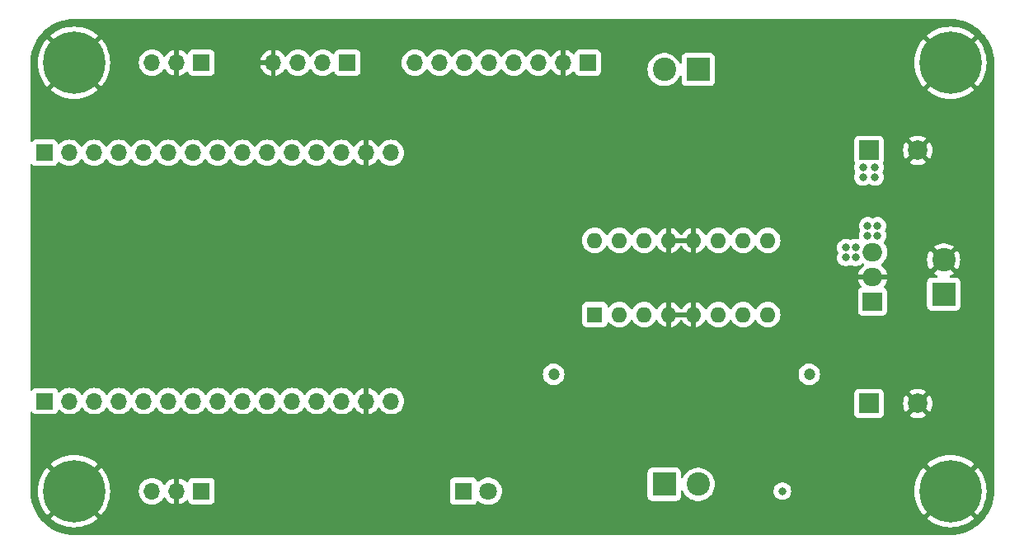
<source format=gbr>
%TF.GenerationSoftware,KiCad,Pcbnew,8.0.2*%
%TF.CreationDate,2024-05-31T22:22:53+03:00*%
%TF.ProjectId,mobrob,6d6f6272-6f62-42e6-9b69-6361645f7063,rev?*%
%TF.SameCoordinates,PX7bfa480PY6422c40*%
%TF.FileFunction,Copper,L2,Inr*%
%TF.FilePolarity,Positive*%
%FSLAX46Y46*%
G04 Gerber Fmt 4.6, Leading zero omitted, Abs format (unit mm)*
G04 Created by KiCad (PCBNEW 8.0.2) date 2024-05-31 22:22:53*
%MOMM*%
%LPD*%
G01*
G04 APERTURE LIST*
%TA.AperFunction,ComponentPad*%
%ADD10R,2.400000X2.400000*%
%TD*%
%TA.AperFunction,ComponentPad*%
%ADD11C,2.400000*%
%TD*%
%TA.AperFunction,ComponentPad*%
%ADD12C,0.800000*%
%TD*%
%TA.AperFunction,ComponentPad*%
%ADD13C,6.400000*%
%TD*%
%TA.AperFunction,ComponentPad*%
%ADD14R,2.000000X2.000000*%
%TD*%
%TA.AperFunction,ComponentPad*%
%ADD15C,2.000000*%
%TD*%
%TA.AperFunction,ComponentPad*%
%ADD16R,1.800000X1.800000*%
%TD*%
%TA.AperFunction,ComponentPad*%
%ADD17C,1.800000*%
%TD*%
%TA.AperFunction,ComponentPad*%
%ADD18R,1.700000X1.700000*%
%TD*%
%TA.AperFunction,ComponentPad*%
%ADD19O,1.700000X1.700000*%
%TD*%
%TA.AperFunction,ComponentPad*%
%ADD20R,2.000000X1.905000*%
%TD*%
%TA.AperFunction,ComponentPad*%
%ADD21O,2.000000X1.905000*%
%TD*%
%TA.AperFunction,ComponentPad*%
%ADD22R,1.600000X1.600000*%
%TD*%
%TA.AperFunction,ComponentPad*%
%ADD23O,1.600000X1.600000*%
%TD*%
%TA.AperFunction,ViaPad*%
%ADD24C,0.800000*%
%TD*%
%TA.AperFunction,ViaPad*%
%ADD25C,1.200000*%
%TD*%
G04 APERTURE END LIST*
D10*
%TO.N,Net-(D1-A)*%
%TO.C,J2*%
X65600000Y5700000D03*
D11*
%TO.N,Net-(D3-A)*%
X69100000Y5700000D03*
%TD*%
D12*
%TO.N,GND*%
%TO.C,H3*%
X92600000Y49000000D03*
X93302944Y50697056D03*
X93302944Y47302944D03*
X95000000Y51400000D03*
D13*
X95000000Y49000000D03*
D12*
X95000000Y46600000D03*
X96697056Y50697056D03*
X96697056Y47302944D03*
X97400000Y49000000D03*
%TD*%
D14*
%TO.N,+12V*%
%TO.C,C1*%
X86632323Y14000000D03*
D15*
%TO.N,GND*%
X91632323Y14000000D03*
%TD*%
D12*
%TO.N,GND*%
%TO.C,H2*%
X92600000Y5000000D03*
X93302944Y6697056D03*
X93302944Y3302944D03*
X95000000Y7400000D03*
D13*
X95000000Y5000000D03*
D12*
X95000000Y2600000D03*
X96697056Y6697056D03*
X96697056Y3302944D03*
X97400000Y5000000D03*
%TD*%
D16*
%TO.N,Net-(D9-K)*%
%TO.C,D9*%
X45000000Y5000000D03*
D17*
%TO.N,STATUS_LED*%
X47540000Y5000000D03*
%TD*%
D10*
%TO.N,+12V*%
%TO.C,J3*%
X94300000Y25250000D03*
D11*
%TO.N,GND*%
X94300000Y28750000D03*
%TD*%
D18*
%TO.N,+5V*%
%TO.C,J8*%
X57780000Y49000000D03*
D19*
%TO.N,GND*%
X55240000Y49000000D03*
%TO.N,IMU_SCL*%
X52700000Y49000000D03*
%TO.N,IMU_SDA*%
X50160000Y49000000D03*
%TO.N,unconnected-(J8-XDA-Pad5)*%
X47620000Y49000000D03*
%TO.N,unconnected-(J8-XCL-Pad6)*%
X45080000Y49000000D03*
%TO.N,unconnected-(J8-AD0-Pad7)*%
X42540000Y49000000D03*
%TO.N,unconnected-(J8-INT-Pad8)*%
X40000000Y49000000D03*
%TD*%
D10*
%TO.N,Net-(D5-A)*%
%TO.C,J1*%
X69100000Y48300000D03*
D11*
%TO.N,Net-(D7-A)*%
X65600000Y48300000D03*
%TD*%
D20*
%TO.N,+12V*%
%TO.C,U2*%
X87000000Y24460000D03*
D21*
%TO.N,GND*%
X87000000Y27000000D03*
%TO.N,+5V*%
X87000000Y29540000D03*
%TD*%
D18*
%TO.N,IMU_SCL*%
%TO.C,J5*%
X1980000Y39750000D03*
D19*
%TO.N,IMU_SDA*%
X4520000Y39750000D03*
%TO.N,unconnected-(J5-TX0-Pad3)*%
X7060000Y39750000D03*
%TO.N,unconnected-(J5-RX0-Pad4)*%
X9600000Y39750000D03*
%TO.N,UT_TRIG*%
X12140000Y39750000D03*
%TO.N,unconnected-(J5-D19-Pad6)*%
X14680000Y39750000D03*
%TO.N,unconnected-(J5-D18-Pad7)*%
X17220000Y39750000D03*
%TO.N,unconnected-(J5-D5-Pad8)*%
X19760000Y39750000D03*
%TO.N,unconnected-(J5-TX2-Pad9)*%
X22300000Y39750000D03*
%TO.N,unconnected-(J5-RX2-Pad10)*%
X24840000Y39750000D03*
%TO.N,UT_ECHO*%
X27380000Y39750000D03*
%TO.N,unconnected-(J5-D2-Pad12)*%
X29920000Y39750000D03*
%TO.N,unconnected-(J5-D15-Pad13)*%
X32460000Y39750000D03*
%TO.N,GND*%
X35000000Y39750000D03*
%TO.N,+3.3V*%
X37540000Y39750000D03*
%TD*%
D12*
%TO.N,GND*%
%TO.C,H4*%
X2600000Y49000000D03*
X3302944Y50697056D03*
X3302944Y47302944D03*
X5000000Y51400000D03*
D13*
X5000000Y49000000D03*
D12*
X5000000Y46600000D03*
X6697056Y50697056D03*
X6697056Y47302944D03*
X7400000Y49000000D03*
%TD*%
D22*
%TO.N,EN1\u002C2*%
%TO.C,U1*%
X58460000Y23130000D03*
D23*
%TO.N,1A*%
X61000000Y23130000D03*
%TO.N,Net-(D1-A)*%
X63540000Y23130000D03*
%TO.N,GND*%
X66080000Y23130000D03*
X68620000Y23130000D03*
%TO.N,Net-(D3-A)*%
X71160000Y23130000D03*
%TO.N,2A*%
X73700000Y23130000D03*
%TO.N,+12V*%
X76240000Y23130000D03*
%TO.N,EN3\u002C4*%
X76240000Y30750000D03*
%TO.N,3A*%
X73700000Y30750000D03*
%TO.N,Net-(D5-A)*%
X71160000Y30750000D03*
%TO.N,GND*%
X68620000Y30750000D03*
X66080000Y30750000D03*
%TO.N,Net-(D7-A)*%
X63540000Y30750000D03*
%TO.N,4A*%
X61000000Y30750000D03*
%TO.N,+5V*%
X58460000Y30750000D03*
%TD*%
D18*
%TO.N,+3.3V*%
%TO.C,J6*%
X18080000Y5000000D03*
D19*
%TO.N,GND*%
X15540000Y5000000D03*
%TO.N,LHALL*%
X13000000Y5000000D03*
%TD*%
D14*
%TO.N,+5V*%
%TO.C,C2*%
X86632323Y40000000D03*
D15*
%TO.N,GND*%
X91632323Y40000000D03*
%TD*%
D12*
%TO.N,GND*%
%TO.C,H1*%
X2600000Y5000000D03*
X3302944Y6697056D03*
X3302944Y3302944D03*
X5000000Y7400000D03*
D13*
X5000000Y5000000D03*
D12*
X5000000Y2600000D03*
X6697056Y6697056D03*
X6697056Y3302944D03*
X7400000Y5000000D03*
%TD*%
D19*
%TO.N,+5V*%
%TO.C,J4*%
X37560000Y14250000D03*
%TO.N,GND*%
X35020000Y14250000D03*
%TO.N,STATUS_LED*%
X32480000Y14250000D03*
%TO.N,unconnected-(J4-D12-Pad12)*%
X29940000Y14250000D03*
%TO.N,EN1\u002C2*%
X27400000Y14250000D03*
%TO.N,1A*%
X24860000Y14250000D03*
%TO.N,2A*%
X22320000Y14250000D03*
%TO.N,EN3\u002C4*%
X19780000Y14250000D03*
%TO.N,3A*%
X17240000Y14250000D03*
%TO.N,4A*%
X14700000Y14250000D03*
%TO.N,unconnected-(J4-D35-Pad5)*%
X12160000Y14250000D03*
%TO.N,unconnected-(J4-D34-Pad4)*%
X9620000Y14250000D03*
%TO.N,RHALL*%
X7080000Y14250000D03*
%TO.N,LHALL*%
X4540000Y14250000D03*
D18*
%TO.N,unconnected-(J4-EN-Pad1)*%
X2000000Y14250000D03*
%TD*%
%TO.N,+3.3V*%
%TO.C,J7*%
X18080000Y49000000D03*
D19*
%TO.N,GND*%
X15540000Y49000000D03*
%TO.N,RHALL*%
X13000000Y49000000D03*
%TD*%
D18*
%TO.N,+5V*%
%TO.C,J9*%
X33080000Y49000000D03*
D19*
%TO.N,UT_TRIG*%
X30540000Y49000000D03*
%TO.N,UT_ECHO*%
X28000000Y49000000D03*
%TO.N,GND*%
X25460000Y49000000D03*
%TD*%
D24*
%TO.N,GND*%
X62250000Y33250000D03*
X85250000Y27000000D03*
X55000000Y13500000D03*
X92000000Y28750000D03*
X66750000Y25000000D03*
X79750000Y13500000D03*
X68000000Y28750000D03*
X69250000Y20250000D03*
X79750000Y12500000D03*
X65500000Y32500000D03*
X55000000Y40340000D03*
X66750000Y40250000D03*
X92000000Y27750000D03*
X88750000Y27000000D03*
X69250000Y21500000D03*
X55000000Y41340000D03*
X72500000Y20250000D03*
X69250000Y28750000D03*
X69250000Y32500000D03*
X79750000Y41340000D03*
X65500000Y28750000D03*
X66750000Y21500000D03*
X65500000Y25000000D03*
X92000000Y29750000D03*
X68000000Y20250000D03*
X66750000Y28750000D03*
X68000000Y21500000D03*
X69250000Y25000000D03*
X68000000Y13500000D03*
X55000000Y12500000D03*
X68000000Y25000000D03*
X68000000Y40250000D03*
X37750000Y5000000D03*
X66750000Y32500000D03*
X65500000Y33750000D03*
X68000000Y32500000D03*
X79750000Y40340000D03*
X68000000Y33750000D03*
X78737500Y8000000D03*
X65500000Y21500000D03*
X69250000Y33750000D03*
X65500000Y20250000D03*
X66750000Y13500000D03*
X66750000Y20250000D03*
X66750000Y33750000D03*
%TO.N,+5V*%
X87250000Y37250000D03*
X84250000Y29000000D03*
X87500000Y31250000D03*
X87500000Y32250000D03*
X84250000Y30000000D03*
X85250000Y29000000D03*
X87250000Y38250000D03*
X86000000Y37250000D03*
X85250000Y30000000D03*
X86000000Y38250000D03*
X86500000Y31250000D03*
X86500000Y32250000D03*
X77737500Y5000000D03*
D25*
%TO.N,+12V*%
X54250000Y17000000D03*
X80500000Y17000000D03*
%TD*%
%TA.AperFunction,Conductor*%
%TO.N,GND*%
G36*
X68299920Y23375606D02*
G01*
X68247259Y23284394D01*
X68220000Y23182661D01*
X68220000Y23077339D01*
X68247259Y22975606D01*
X68299920Y22884394D01*
X68304314Y22880000D01*
X66395686Y22880000D01*
X66400080Y22884394D01*
X66452741Y22975606D01*
X66480000Y23077339D01*
X66480000Y23182661D01*
X66452741Y23284394D01*
X66400080Y23375606D01*
X66395686Y23380000D01*
X68304314Y23380000D01*
X68299920Y23375606D01*
G37*
%TD.AperFunction*%
%TA.AperFunction,Conductor*%
G36*
X68299920Y30995606D02*
G01*
X68247259Y30904394D01*
X68220000Y30802661D01*
X68220000Y30697339D01*
X68247259Y30595606D01*
X68299920Y30504394D01*
X68304314Y30500000D01*
X66395686Y30500000D01*
X66400080Y30504394D01*
X66452741Y30595606D01*
X66480000Y30697339D01*
X66480000Y30802661D01*
X66452741Y30904394D01*
X66400080Y30995606D01*
X66395686Y31000000D01*
X68304314Y31000000D01*
X68299920Y30995606D01*
G37*
%TD.AperFunction*%
%TA.AperFunction,Conductor*%
G36*
X95002702Y53499383D02*
G01*
X95386771Y53482614D01*
X95397506Y53481674D01*
X95775971Y53431848D01*
X95786597Y53429975D01*
X96159284Y53347352D01*
X96169710Y53344558D01*
X96533765Y53229773D01*
X96543911Y53226080D01*
X96896578Y53080000D01*
X96906369Y53075434D01*
X97244942Y52899184D01*
X97254310Y52893776D01*
X97576244Y52688682D01*
X97585105Y52682477D01*
X97887930Y52450111D01*
X97896217Y52443157D01*
X98177635Y52185285D01*
X98185284Y52177636D01*
X98443156Y51896218D01*
X98450110Y51887931D01*
X98682476Y51585106D01*
X98688681Y51576245D01*
X98893775Y51254311D01*
X98899183Y51244943D01*
X99075430Y50906377D01*
X99080002Y50896573D01*
X99226075Y50543922D01*
X99229775Y50533756D01*
X99344554Y50169722D01*
X99347354Y50159273D01*
X99429971Y49786611D01*
X99431849Y49775958D01*
X99481671Y49397527D01*
X99482614Y49386751D01*
X99499382Y49002703D01*
X99499500Y48997294D01*
X99499500Y5002707D01*
X99499382Y4997298D01*
X99482614Y4613250D01*
X99481671Y4602474D01*
X99431849Y4224043D01*
X99429971Y4213390D01*
X99347354Y3840728D01*
X99344554Y3830279D01*
X99229775Y3466245D01*
X99226075Y3456079D01*
X99080002Y3103428D01*
X99075430Y3093624D01*
X98899183Y2755058D01*
X98893775Y2745690D01*
X98688681Y2423756D01*
X98682476Y2414895D01*
X98450110Y2112070D01*
X98443156Y2103783D01*
X98185284Y1822365D01*
X98177635Y1814716D01*
X97896217Y1556844D01*
X97887930Y1549890D01*
X97585105Y1317524D01*
X97576244Y1311319D01*
X97254310Y1106225D01*
X97244942Y1100817D01*
X96906376Y924570D01*
X96896572Y919998D01*
X96543921Y773925D01*
X96533755Y770225D01*
X96169721Y655446D01*
X96159272Y652646D01*
X95786610Y570029D01*
X95775957Y568151D01*
X95397526Y518329D01*
X95386750Y517386D01*
X95002703Y500618D01*
X94997294Y500500D01*
X5002706Y500500D01*
X4997297Y500618D01*
X4613249Y517386D01*
X4602473Y518329D01*
X4224042Y568151D01*
X4213389Y570029D01*
X3840727Y652646D01*
X3830278Y655446D01*
X3466244Y770225D01*
X3456078Y773925D01*
X3103427Y919998D01*
X3093623Y924570D01*
X2755057Y1100817D01*
X2745689Y1106225D01*
X2423755Y1311319D01*
X2414894Y1317524D01*
X2112069Y1549890D01*
X2103782Y1556844D01*
X1822364Y1814716D01*
X1814715Y1822365D01*
X1556843Y2103783D01*
X1549889Y2112070D01*
X1317523Y2414895D01*
X1311318Y2423756D01*
X1106224Y2745690D01*
X1100816Y2755058D01*
X924569Y3093624D01*
X919997Y3103428D01*
X773924Y3456079D01*
X770224Y3466245D01*
X655442Y3830290D01*
X652648Y3840716D01*
X570025Y4213403D01*
X568152Y4224029D01*
X518326Y4602494D01*
X517386Y4613229D01*
X500618Y4997298D01*
X500559Y5000001D01*
X1294922Y5000001D01*
X1294922Y5000000D01*
X1315219Y4612713D01*
X1375886Y4229677D01*
X1375887Y4229670D01*
X1476262Y3855064D01*
X1615244Y3493006D01*
X1791310Y3147457D01*
X2002531Y2822207D01*
X2211095Y2564650D01*
X2211096Y2564650D01*
X3705748Y4059302D01*
X3779588Y3957670D01*
X3957670Y3779588D01*
X4059300Y3705749D01*
X2564648Y2211097D01*
X2564649Y2211096D01*
X2822206Y2002532D01*
X3147456Y1791311D01*
X3493005Y1615245D01*
X3855063Y1476263D01*
X4229669Y1375888D01*
X4229676Y1375887D01*
X4612712Y1315220D01*
X4999999Y1294922D01*
X5000001Y1294922D01*
X5387287Y1315220D01*
X5770323Y1375887D01*
X5770330Y1375888D01*
X6144936Y1476263D01*
X6506994Y1615245D01*
X6852543Y1791311D01*
X7177783Y2002524D01*
X7177785Y2002525D01*
X7435349Y2211098D01*
X5940698Y3705749D01*
X6042330Y3779588D01*
X6220412Y3957670D01*
X6294251Y4059302D01*
X7788902Y2564651D01*
X7997475Y2822215D01*
X7997476Y2822217D01*
X8208689Y3147457D01*
X8384755Y3493006D01*
X8523737Y3855064D01*
X8624112Y4229670D01*
X8624113Y4229677D01*
X8684780Y4612713D01*
X8705078Y5000000D01*
X8705078Y5000001D01*
X11644341Y5000001D01*
X11644341Y5000000D01*
X11664936Y4764597D01*
X11664938Y4764587D01*
X11726094Y4536345D01*
X11726096Y4536341D01*
X11726097Y4536337D01*
X11809155Y4358219D01*
X11825965Y4322170D01*
X11825967Y4322166D01*
X11923018Y4183564D01*
X11961505Y4128599D01*
X12128599Y3961505D01*
X12225384Y3893735D01*
X12322165Y3825968D01*
X12322167Y3825967D01*
X12322170Y3825965D01*
X12536337Y3726097D01*
X12764592Y3664937D01*
X12941034Y3649500D01*
X12999999Y3644341D01*
X13000000Y3644341D01*
X13000001Y3644341D01*
X13058966Y3649500D01*
X13235408Y3664937D01*
X13463663Y3726097D01*
X13677830Y3825965D01*
X13871401Y3961505D01*
X14038495Y4128599D01*
X14168730Y4314595D01*
X14223307Y4358219D01*
X14292805Y4365413D01*
X14355160Y4333890D01*
X14371879Y4314595D01*
X14501890Y4128922D01*
X14668917Y3961895D01*
X14862421Y3826400D01*
X15076507Y3726571D01*
X15076516Y3726567D01*
X15290000Y3669366D01*
X15290000Y4566988D01*
X15347007Y4534075D01*
X15474174Y4500000D01*
X15605826Y4500000D01*
X15732993Y4534075D01*
X15790000Y4566988D01*
X15790000Y3669367D01*
X16003483Y3726567D01*
X16003492Y3726571D01*
X16217578Y3826400D01*
X16411078Y3961892D01*
X16533133Y4083947D01*
X16594456Y4117432D01*
X16664148Y4112448D01*
X16720082Y4070577D01*
X16736997Y4039599D01*
X16786202Y3907672D01*
X16786206Y3907665D01*
X16872452Y3792456D01*
X16872455Y3792453D01*
X16987664Y3706207D01*
X16987671Y3706203D01*
X17122517Y3655909D01*
X17122516Y3655909D01*
X17129444Y3655165D01*
X17182127Y3649500D01*
X18977872Y3649501D01*
X19037483Y3655909D01*
X19172331Y3706204D01*
X19287546Y3792454D01*
X19373796Y3907669D01*
X19424091Y4042517D01*
X19430500Y4102127D01*
X19430499Y5897872D01*
X19425125Y5947865D01*
X43599500Y5947865D01*
X43599500Y4052130D01*
X43599501Y4052124D01*
X43605908Y3992517D01*
X43656202Y3857672D01*
X43656206Y3857665D01*
X43742452Y3742456D01*
X43742455Y3742453D01*
X43857664Y3656207D01*
X43857671Y3656203D01*
X43992517Y3605909D01*
X43992516Y3605909D01*
X43999444Y3605165D01*
X44052127Y3599500D01*
X45947872Y3599501D01*
X46007483Y3605909D01*
X46142331Y3656204D01*
X46257546Y3742454D01*
X46343796Y3857669D01*
X46348488Y3870248D01*
X46372455Y3934507D01*
X46414326Y3990441D01*
X46479790Y4014859D01*
X46548063Y4000008D01*
X46579866Y3975157D01*
X46587302Y3967080D01*
X46588215Y3966088D01*
X46588222Y3966082D01*
X46771365Y3823536D01*
X46771371Y3823532D01*
X46771374Y3823530D01*
X46975497Y3713064D01*
X47089487Y3673932D01*
X47195015Y3637703D01*
X47195017Y3637703D01*
X47195019Y3637702D01*
X47423951Y3599500D01*
X47423952Y3599500D01*
X47656048Y3599500D01*
X47656049Y3599500D01*
X47884981Y3637702D01*
X48104503Y3713064D01*
X48308626Y3823530D01*
X48311759Y3825968D01*
X48416732Y3907672D01*
X48491784Y3966087D01*
X48648979Y4136847D01*
X48775924Y4331151D01*
X48869157Y4543700D01*
X48926134Y4768695D01*
X48941995Y4960112D01*
X48945300Y4999994D01*
X48945300Y5000007D01*
X48926135Y5231298D01*
X48926133Y5231309D01*
X48869157Y5456301D01*
X48775924Y5668849D01*
X48648983Y5863148D01*
X48648980Y5863151D01*
X48648979Y5863153D01*
X48491784Y6033913D01*
X48491779Y6033917D01*
X48491777Y6033919D01*
X48308634Y6176465D01*
X48308628Y6176469D01*
X48104504Y6286936D01*
X48104495Y6286939D01*
X47884984Y6362298D01*
X47694450Y6394092D01*
X47656049Y6400500D01*
X47423951Y6400500D01*
X47385550Y6394092D01*
X47195015Y6362298D01*
X46975504Y6286939D01*
X46975495Y6286936D01*
X46771371Y6176469D01*
X46771365Y6176465D01*
X46588222Y6033919D01*
X46588218Y6033915D01*
X46579866Y6024842D01*
X46519979Y5988852D01*
X46450141Y5990953D01*
X46392525Y6030478D01*
X46372455Y6065493D01*
X46343797Y6142329D01*
X46343793Y6142336D01*
X46257547Y6257545D01*
X46257544Y6257548D01*
X46142335Y6343794D01*
X46142328Y6343798D01*
X46007482Y6394092D01*
X46007483Y6394092D01*
X45947883Y6400499D01*
X45947881Y6400500D01*
X45947873Y6400500D01*
X45947864Y6400500D01*
X44052129Y6400500D01*
X44052123Y6400499D01*
X43992516Y6394092D01*
X43857671Y6343798D01*
X43857664Y6343794D01*
X43742455Y6257548D01*
X43742452Y6257545D01*
X43656206Y6142336D01*
X43656202Y6142329D01*
X43605908Y6007483D01*
X43599501Y5947884D01*
X43599500Y5947865D01*
X19425125Y5947865D01*
X19424091Y5957483D01*
X19423002Y5960402D01*
X19373797Y6092329D01*
X19373793Y6092336D01*
X19287547Y6207545D01*
X19287544Y6207548D01*
X19172335Y6293794D01*
X19172328Y6293798D01*
X19037482Y6344092D01*
X19037483Y6344092D01*
X18977883Y6350499D01*
X18977881Y6350500D01*
X18977873Y6350500D01*
X18977864Y6350500D01*
X17182129Y6350500D01*
X17182123Y6350499D01*
X17122516Y6344092D01*
X16987671Y6293798D01*
X16987664Y6293794D01*
X16872455Y6207548D01*
X16872452Y6207545D01*
X16786206Y6092336D01*
X16786202Y6092329D01*
X16736997Y5960402D01*
X16695126Y5904468D01*
X16629661Y5880051D01*
X16561388Y5894903D01*
X16533134Y5916054D01*
X16411082Y6038106D01*
X16217578Y6173601D01*
X16003492Y6273430D01*
X16003486Y6273433D01*
X15790000Y6330636D01*
X15790000Y5433012D01*
X15732993Y5465925D01*
X15605826Y5500000D01*
X15474174Y5500000D01*
X15347007Y5465925D01*
X15290000Y5433012D01*
X15290000Y6330636D01*
X15289999Y6330636D01*
X15076513Y6273433D01*
X15076507Y6273430D01*
X14862422Y6173601D01*
X14862420Y6173600D01*
X14668926Y6038114D01*
X14668920Y6038109D01*
X14501891Y5871080D01*
X14501890Y5871078D01*
X14371880Y5685405D01*
X14317303Y5641781D01*
X14247804Y5634588D01*
X14185450Y5666110D01*
X14168730Y5685406D01*
X14038494Y5871403D01*
X13871402Y6038494D01*
X13871395Y6038499D01*
X13677834Y6174033D01*
X13677830Y6174035D01*
X13616491Y6202638D01*
X13463663Y6273903D01*
X13463659Y6273904D01*
X13463655Y6273906D01*
X13235413Y6335062D01*
X13235403Y6335064D01*
X13000001Y6355659D01*
X12999999Y6355659D01*
X12764596Y6335064D01*
X12764586Y6335062D01*
X12536344Y6273906D01*
X12536335Y6273902D01*
X12322171Y6174036D01*
X12322169Y6174035D01*
X12128597Y6038495D01*
X11961505Y5871403D01*
X11825965Y5677831D01*
X11825964Y5677829D01*
X11726098Y5463665D01*
X11726094Y5463656D01*
X11664938Y5235414D01*
X11664936Y5235404D01*
X11644341Y5000001D01*
X8705078Y5000001D01*
X8684780Y5387288D01*
X8624113Y5770324D01*
X8624112Y5770331D01*
X8523737Y6144937D01*
X8384755Y6506995D01*
X8208689Y6852544D01*
X8146786Y6947865D01*
X63899500Y6947865D01*
X63899500Y4452130D01*
X63899501Y4452124D01*
X63905908Y4392517D01*
X63956202Y4257672D01*
X63956206Y4257665D01*
X64042452Y4142456D01*
X64042455Y4142453D01*
X64157664Y4056207D01*
X64157671Y4056203D01*
X64292517Y4005909D01*
X64292516Y4005909D01*
X64299444Y4005165D01*
X64352127Y3999500D01*
X66847872Y3999501D01*
X66907483Y4005909D01*
X67042331Y4056204D01*
X67157546Y4142454D01*
X67243796Y4257669D01*
X67294091Y4392517D01*
X67300500Y4452127D01*
X67300499Y4975146D01*
X67320183Y5042182D01*
X67372987Y5087937D01*
X67442146Y5097881D01*
X67505702Y5068856D01*
X67539927Y5020447D01*
X67563607Y4960112D01*
X67691041Y4739388D01*
X67849950Y4540123D01*
X68036783Y4366768D01*
X68247366Y4223195D01*
X68247371Y4223193D01*
X68247372Y4223192D01*
X68247373Y4223191D01*
X68369328Y4164462D01*
X68476992Y4112613D01*
X68476993Y4112613D01*
X68476996Y4112611D01*
X68720542Y4037487D01*
X68972565Y3999500D01*
X69227435Y3999500D01*
X69479458Y4037487D01*
X69723004Y4112611D01*
X69952634Y4223195D01*
X70163217Y4366768D01*
X70350050Y4540123D01*
X70508959Y4739388D01*
X70636393Y4960112D01*
X70652048Y5000000D01*
X76832040Y5000000D01*
X76851826Y4811744D01*
X76851827Y4811741D01*
X76910318Y4631723D01*
X76910321Y4631716D01*
X77004967Y4467784D01*
X77097143Y4365413D01*
X77131629Y4327112D01*
X77284765Y4215852D01*
X77284770Y4215849D01*
X77457692Y4138858D01*
X77457697Y4138856D01*
X77642854Y4099500D01*
X77642855Y4099500D01*
X77832144Y4099500D01*
X77832146Y4099500D01*
X78017303Y4138856D01*
X78190230Y4215849D01*
X78343371Y4327112D01*
X78470033Y4467784D01*
X78564679Y4631716D01*
X78623174Y4811744D01*
X78642960Y5000000D01*
X78642960Y5000001D01*
X91294922Y5000001D01*
X91294922Y5000000D01*
X91315219Y4612713D01*
X91375886Y4229677D01*
X91375887Y4229670D01*
X91476262Y3855064D01*
X91615244Y3493006D01*
X91791310Y3147457D01*
X92002531Y2822207D01*
X92211095Y2564650D01*
X92211096Y2564650D01*
X93705748Y4059302D01*
X93779588Y3957670D01*
X93957670Y3779588D01*
X94059300Y3705749D01*
X92564648Y2211097D01*
X92564649Y2211096D01*
X92822206Y2002532D01*
X93147456Y1791311D01*
X93493005Y1615245D01*
X93855063Y1476263D01*
X94229669Y1375888D01*
X94229676Y1375887D01*
X94612712Y1315220D01*
X94999999Y1294922D01*
X95000001Y1294922D01*
X95387287Y1315220D01*
X95770323Y1375887D01*
X95770330Y1375888D01*
X96144936Y1476263D01*
X96506994Y1615245D01*
X96852543Y1791311D01*
X97177783Y2002524D01*
X97177785Y2002525D01*
X97435349Y2211098D01*
X95940698Y3705749D01*
X96042330Y3779588D01*
X96220412Y3957670D01*
X96294251Y4059302D01*
X97788902Y2564651D01*
X97997475Y2822215D01*
X97997476Y2822217D01*
X98208689Y3147457D01*
X98384755Y3493006D01*
X98523737Y3855064D01*
X98624112Y4229670D01*
X98624113Y4229677D01*
X98684780Y4612713D01*
X98705078Y5000000D01*
X98705078Y5000001D01*
X98684780Y5387288D01*
X98624113Y5770324D01*
X98624112Y5770331D01*
X98523737Y6144937D01*
X98384755Y6506995D01*
X98208689Y6852544D01*
X97997468Y7177794D01*
X97788904Y7435351D01*
X97788903Y7435352D01*
X96294251Y5940700D01*
X96220412Y6042330D01*
X96042330Y6220412D01*
X95940698Y6294252D01*
X97435350Y7788904D01*
X97435350Y7788905D01*
X97177793Y7997469D01*
X96852543Y8208690D01*
X96506994Y8384756D01*
X96144936Y8523738D01*
X95770330Y8624113D01*
X95770323Y8624114D01*
X95387287Y8684781D01*
X95000001Y8705078D01*
X94999999Y8705078D01*
X94612712Y8684781D01*
X94229676Y8624114D01*
X94229669Y8624113D01*
X93855063Y8523738D01*
X93493005Y8384756D01*
X93147456Y8208690D01*
X92822206Y7997469D01*
X92564648Y7788905D01*
X92564648Y7788904D01*
X94059301Y6294252D01*
X93957670Y6220412D01*
X93779588Y6042330D01*
X93705748Y5940700D01*
X92211096Y7435352D01*
X92211095Y7435352D01*
X92002531Y7177794D01*
X91791310Y6852544D01*
X91615244Y6506995D01*
X91476262Y6144937D01*
X91375887Y5770331D01*
X91375886Y5770324D01*
X91315219Y5387288D01*
X91294922Y5000001D01*
X78642960Y5000001D01*
X78623174Y5188256D01*
X78564679Y5368284D01*
X78470033Y5532216D01*
X78343371Y5672888D01*
X78343370Y5672889D01*
X78190234Y5784149D01*
X78190229Y5784152D01*
X78017307Y5861143D01*
X78017302Y5861145D01*
X77858478Y5894903D01*
X77832146Y5900500D01*
X77642854Y5900500D01*
X77616522Y5894903D01*
X77457697Y5861145D01*
X77457692Y5861143D01*
X77284770Y5784152D01*
X77284765Y5784149D01*
X77131629Y5672889D01*
X77004966Y5532215D01*
X76910321Y5368285D01*
X76910318Y5368278D01*
X76865811Y5231298D01*
X76851826Y5188256D01*
X76832040Y5000000D01*
X70652048Y5000000D01*
X70729508Y5197363D01*
X70786222Y5445843D01*
X70800905Y5641781D01*
X70805268Y5699996D01*
X70805268Y5700005D01*
X70790440Y5897873D01*
X70786222Y5954157D01*
X70729508Y6202637D01*
X70636393Y6439888D01*
X70508959Y6660612D01*
X70350050Y6859877D01*
X70163217Y7033232D01*
X69952634Y7176805D01*
X69952630Y7176807D01*
X69952627Y7176809D01*
X69952626Y7176810D01*
X69723006Y7287388D01*
X69723008Y7287388D01*
X69479466Y7362511D01*
X69479462Y7362512D01*
X69479458Y7362513D01*
X69358231Y7380786D01*
X69227440Y7400500D01*
X69227435Y7400500D01*
X68972565Y7400500D01*
X68972559Y7400500D01*
X68815609Y7376843D01*
X68720542Y7362513D01*
X68720539Y7362512D01*
X68720533Y7362511D01*
X68476992Y7287388D01*
X68247373Y7176810D01*
X68247372Y7176809D01*
X68036782Y7033232D01*
X67849952Y6859879D01*
X67849950Y6859877D01*
X67691041Y6660612D01*
X67563608Y6439891D01*
X67539927Y6379553D01*
X67497110Y6324339D01*
X67431240Y6301039D01*
X67363230Y6317050D01*
X67314672Y6367289D01*
X67300499Y6424856D01*
X67300499Y6947871D01*
X67300498Y6947877D01*
X67300497Y6947884D01*
X67294091Y7007483D01*
X67284487Y7033232D01*
X67243797Y7142329D01*
X67243793Y7142336D01*
X67157547Y7257545D01*
X67157544Y7257548D01*
X67042335Y7343794D01*
X67042328Y7343798D01*
X66907482Y7394092D01*
X66907483Y7394092D01*
X66847883Y7400499D01*
X66847881Y7400500D01*
X66847873Y7400500D01*
X66847864Y7400500D01*
X64352129Y7400500D01*
X64352123Y7400499D01*
X64292516Y7394092D01*
X64157671Y7343798D01*
X64157664Y7343794D01*
X64042455Y7257548D01*
X64042452Y7257545D01*
X63956206Y7142336D01*
X63956202Y7142329D01*
X63905908Y7007483D01*
X63899501Y6947884D01*
X63899501Y6947877D01*
X63899500Y6947865D01*
X8146786Y6947865D01*
X7997468Y7177794D01*
X7788904Y7435351D01*
X7788903Y7435352D01*
X6294251Y5940700D01*
X6220412Y6042330D01*
X6042330Y6220412D01*
X5940698Y6294252D01*
X7435350Y7788904D01*
X7435350Y7788905D01*
X7177793Y7997469D01*
X6852543Y8208690D01*
X6506994Y8384756D01*
X6144936Y8523738D01*
X5770330Y8624113D01*
X5770323Y8624114D01*
X5387287Y8684781D01*
X5000001Y8705078D01*
X4999999Y8705078D01*
X4612712Y8684781D01*
X4229676Y8624114D01*
X4229669Y8624113D01*
X3855063Y8523738D01*
X3493005Y8384756D01*
X3147456Y8208690D01*
X2822206Y7997469D01*
X2564648Y7788905D01*
X2564648Y7788904D01*
X4059301Y6294252D01*
X3957670Y6220412D01*
X3779588Y6042330D01*
X3705748Y5940700D01*
X2211096Y7435352D01*
X2211095Y7435352D01*
X2002531Y7177794D01*
X1791310Y6852544D01*
X1615244Y6506995D01*
X1476262Y6144937D01*
X1375887Y5770331D01*
X1375886Y5770324D01*
X1315219Y5387288D01*
X1294922Y5000001D01*
X500559Y5000001D01*
X500500Y5002707D01*
X500500Y13059898D01*
X520185Y13126937D01*
X572989Y13172692D01*
X642147Y13182636D01*
X705703Y13153611D01*
X723762Y13134214D01*
X792454Y13042454D01*
X838643Y13007877D01*
X907664Y12956207D01*
X907671Y12956203D01*
X1042517Y12905909D01*
X1042516Y12905909D01*
X1049444Y12905165D01*
X1102127Y12899500D01*
X2897872Y12899501D01*
X2957483Y12905909D01*
X3092331Y12956204D01*
X3207546Y13042454D01*
X3293796Y13157669D01*
X3342810Y13289084D01*
X3384681Y13345016D01*
X3450145Y13369434D01*
X3518418Y13354583D01*
X3546673Y13333431D01*
X3668599Y13211505D01*
X3751280Y13153611D01*
X3862165Y13075968D01*
X3862167Y13075967D01*
X3862170Y13075965D01*
X4076337Y12976097D01*
X4304592Y12914937D01*
X4481034Y12899500D01*
X4539999Y12894341D01*
X4540000Y12894341D01*
X4540001Y12894341D01*
X4598966Y12899500D01*
X4775408Y12914937D01*
X5003663Y12976097D01*
X5217830Y13075965D01*
X5411401Y13211505D01*
X5578495Y13378599D01*
X5708425Y13564158D01*
X5763002Y13607783D01*
X5832500Y13614977D01*
X5894855Y13583454D01*
X5911575Y13564158D01*
X6041500Y13378605D01*
X6041505Y13378599D01*
X6208599Y13211505D01*
X6291280Y13153611D01*
X6402165Y13075968D01*
X6402167Y13075967D01*
X6402170Y13075965D01*
X6616337Y12976097D01*
X6844592Y12914937D01*
X7021034Y12899500D01*
X7079999Y12894341D01*
X7080000Y12894341D01*
X7080001Y12894341D01*
X7138966Y12899500D01*
X7315408Y12914937D01*
X7543663Y12976097D01*
X7757830Y13075965D01*
X7951401Y13211505D01*
X8118495Y13378599D01*
X8248425Y13564158D01*
X8303002Y13607783D01*
X8372500Y13614977D01*
X8434855Y13583454D01*
X8451575Y13564158D01*
X8581500Y13378605D01*
X8581505Y13378599D01*
X8748599Y13211505D01*
X8831280Y13153611D01*
X8942165Y13075968D01*
X8942167Y13075967D01*
X8942170Y13075965D01*
X9156337Y12976097D01*
X9384592Y12914937D01*
X9561034Y12899500D01*
X9619999Y12894341D01*
X9620000Y12894341D01*
X9620001Y12894341D01*
X9678966Y12899500D01*
X9855408Y12914937D01*
X10083663Y12976097D01*
X10297830Y13075965D01*
X10491401Y13211505D01*
X10658495Y13378599D01*
X10788425Y13564158D01*
X10843002Y13607783D01*
X10912500Y13614977D01*
X10974855Y13583454D01*
X10991575Y13564158D01*
X11121500Y13378605D01*
X11121505Y13378599D01*
X11288599Y13211505D01*
X11371280Y13153611D01*
X11482165Y13075968D01*
X11482167Y13075967D01*
X11482170Y13075965D01*
X11696337Y12976097D01*
X11924592Y12914937D01*
X12101034Y12899500D01*
X12159999Y12894341D01*
X12160000Y12894341D01*
X12160001Y12894341D01*
X12218966Y12899500D01*
X12395408Y12914937D01*
X12623663Y12976097D01*
X12837830Y13075965D01*
X13031401Y13211505D01*
X13198495Y13378599D01*
X13328425Y13564158D01*
X13383002Y13607783D01*
X13452500Y13614977D01*
X13514855Y13583454D01*
X13531575Y13564158D01*
X13661500Y13378605D01*
X13661505Y13378599D01*
X13828599Y13211505D01*
X13911280Y13153611D01*
X14022165Y13075968D01*
X14022167Y13075967D01*
X14022170Y13075965D01*
X14236337Y12976097D01*
X14464592Y12914937D01*
X14641034Y12899500D01*
X14699999Y12894341D01*
X14700000Y12894341D01*
X14700001Y12894341D01*
X14758966Y12899500D01*
X14935408Y12914937D01*
X15163663Y12976097D01*
X15377830Y13075965D01*
X15571401Y13211505D01*
X15738495Y13378599D01*
X15868425Y13564158D01*
X15923002Y13607783D01*
X15992500Y13614977D01*
X16054855Y13583454D01*
X16071575Y13564158D01*
X16201500Y13378605D01*
X16201505Y13378599D01*
X16368599Y13211505D01*
X16451280Y13153611D01*
X16562165Y13075968D01*
X16562167Y13075967D01*
X16562170Y13075965D01*
X16776337Y12976097D01*
X17004592Y12914937D01*
X17181034Y12899500D01*
X17239999Y12894341D01*
X17240000Y12894341D01*
X17240001Y12894341D01*
X17298966Y12899500D01*
X17475408Y12914937D01*
X17703663Y12976097D01*
X17917830Y13075965D01*
X18111401Y13211505D01*
X18278495Y13378599D01*
X18408425Y13564158D01*
X18463002Y13607783D01*
X18532500Y13614977D01*
X18594855Y13583454D01*
X18611575Y13564158D01*
X18741500Y13378605D01*
X18741505Y13378599D01*
X18908599Y13211505D01*
X18991280Y13153611D01*
X19102165Y13075968D01*
X19102167Y13075967D01*
X19102170Y13075965D01*
X19316337Y12976097D01*
X19544592Y12914937D01*
X19721034Y12899500D01*
X19779999Y12894341D01*
X19780000Y12894341D01*
X19780001Y12894341D01*
X19838966Y12899500D01*
X20015408Y12914937D01*
X20243663Y12976097D01*
X20457830Y13075965D01*
X20651401Y13211505D01*
X20818495Y13378599D01*
X20948425Y13564158D01*
X21003002Y13607783D01*
X21072500Y13614977D01*
X21134855Y13583454D01*
X21151575Y13564158D01*
X21281500Y13378605D01*
X21281505Y13378599D01*
X21448599Y13211505D01*
X21531280Y13153611D01*
X21642165Y13075968D01*
X21642167Y13075967D01*
X21642170Y13075965D01*
X21856337Y12976097D01*
X22084592Y12914937D01*
X22261034Y12899500D01*
X22319999Y12894341D01*
X22320000Y12894341D01*
X22320001Y12894341D01*
X22378966Y12899500D01*
X22555408Y12914937D01*
X22783663Y12976097D01*
X22997830Y13075965D01*
X23191401Y13211505D01*
X23358495Y13378599D01*
X23488425Y13564158D01*
X23543002Y13607783D01*
X23612500Y13614977D01*
X23674855Y13583454D01*
X23691575Y13564158D01*
X23821500Y13378605D01*
X23821505Y13378599D01*
X23988599Y13211505D01*
X24071280Y13153611D01*
X24182165Y13075968D01*
X24182167Y13075967D01*
X24182170Y13075965D01*
X24396337Y12976097D01*
X24624592Y12914937D01*
X24801034Y12899500D01*
X24859999Y12894341D01*
X24860000Y12894341D01*
X24860001Y12894341D01*
X24918966Y12899500D01*
X25095408Y12914937D01*
X25323663Y12976097D01*
X25537830Y13075965D01*
X25731401Y13211505D01*
X25898495Y13378599D01*
X26028425Y13564158D01*
X26083002Y13607783D01*
X26152500Y13614977D01*
X26214855Y13583454D01*
X26231575Y13564158D01*
X26361500Y13378605D01*
X26361505Y13378599D01*
X26528599Y13211505D01*
X26611280Y13153611D01*
X26722165Y13075968D01*
X26722167Y13075967D01*
X26722170Y13075965D01*
X26936337Y12976097D01*
X27164592Y12914937D01*
X27341034Y12899500D01*
X27399999Y12894341D01*
X27400000Y12894341D01*
X27400001Y12894341D01*
X27458966Y12899500D01*
X27635408Y12914937D01*
X27863663Y12976097D01*
X28077830Y13075965D01*
X28271401Y13211505D01*
X28438495Y13378599D01*
X28568425Y13564158D01*
X28623002Y13607783D01*
X28692500Y13614977D01*
X28754855Y13583454D01*
X28771575Y13564158D01*
X28901500Y13378605D01*
X28901505Y13378599D01*
X29068599Y13211505D01*
X29151280Y13153611D01*
X29262165Y13075968D01*
X29262167Y13075967D01*
X29262170Y13075965D01*
X29476337Y12976097D01*
X29704592Y12914937D01*
X29881034Y12899500D01*
X29939999Y12894341D01*
X29940000Y12894341D01*
X29940001Y12894341D01*
X29998966Y12899500D01*
X30175408Y12914937D01*
X30403663Y12976097D01*
X30617830Y13075965D01*
X30811401Y13211505D01*
X30978495Y13378599D01*
X31108425Y13564158D01*
X31163002Y13607783D01*
X31232500Y13614977D01*
X31294855Y13583454D01*
X31311575Y13564158D01*
X31441500Y13378605D01*
X31441505Y13378599D01*
X31608599Y13211505D01*
X31691280Y13153611D01*
X31802165Y13075968D01*
X31802167Y13075967D01*
X31802170Y13075965D01*
X32016337Y12976097D01*
X32244592Y12914937D01*
X32421034Y12899500D01*
X32479999Y12894341D01*
X32480000Y12894341D01*
X32480001Y12894341D01*
X32538966Y12899500D01*
X32715408Y12914937D01*
X32943663Y12976097D01*
X33157830Y13075965D01*
X33351401Y13211505D01*
X33518495Y13378599D01*
X33648730Y13564595D01*
X33703307Y13608219D01*
X33772805Y13615413D01*
X33835160Y13583890D01*
X33851879Y13564595D01*
X33981890Y13378922D01*
X34148917Y13211895D01*
X34342421Y13076400D01*
X34556507Y12976571D01*
X34556516Y12976567D01*
X34770000Y12919366D01*
X34770000Y13816988D01*
X34827007Y13784075D01*
X34954174Y13750000D01*
X35085826Y13750000D01*
X35212993Y13784075D01*
X35270000Y13816988D01*
X35270000Y12919367D01*
X35483483Y12976567D01*
X35483492Y12976571D01*
X35697578Y13076400D01*
X35891082Y13211895D01*
X36058105Y13378918D01*
X36188119Y13564595D01*
X36242696Y13608219D01*
X36312195Y13615412D01*
X36374549Y13583890D01*
X36391269Y13564595D01*
X36521505Y13378599D01*
X36688599Y13211505D01*
X36771280Y13153611D01*
X36882165Y13075968D01*
X36882167Y13075967D01*
X36882170Y13075965D01*
X37096337Y12976097D01*
X37324592Y12914937D01*
X37501034Y12899500D01*
X37559999Y12894341D01*
X37560000Y12894341D01*
X37560001Y12894341D01*
X37618966Y12899500D01*
X37795408Y12914937D01*
X38023663Y12976097D01*
X38237830Y13075965D01*
X38431401Y13211505D01*
X38598495Y13378599D01*
X38734035Y13572170D01*
X38833903Y13786337D01*
X38895063Y14014592D01*
X38915659Y14250000D01*
X38895063Y14485408D01*
X38833903Y14713663D01*
X38734035Y14927829D01*
X38728731Y14935405D01*
X38649986Y15047865D01*
X85131823Y15047865D01*
X85131823Y12952130D01*
X85131824Y12952124D01*
X85138231Y12892517D01*
X85188525Y12757672D01*
X85188529Y12757665D01*
X85274775Y12642456D01*
X85274778Y12642453D01*
X85389987Y12556207D01*
X85389994Y12556203D01*
X85524840Y12505909D01*
X85524839Y12505909D01*
X85531767Y12505165D01*
X85584450Y12499500D01*
X87680195Y12499501D01*
X87739806Y12505909D01*
X87874654Y12556204D01*
X87989869Y12642454D01*
X88076119Y12757669D01*
X88126414Y12892517D01*
X88132823Y12952127D01*
X88132822Y14000006D01*
X90127182Y14000006D01*
X90127182Y13999995D01*
X90147708Y13752271D01*
X90147710Y13752262D01*
X90208735Y13511283D01*
X90308589Y13283636D01*
X90408887Y13130118D01*
X91149360Y13870591D01*
X91166398Y13807007D01*
X91232224Y13692993D01*
X91325316Y13599901D01*
X91439330Y13534075D01*
X91502913Y13517038D01*
X90762265Y12776391D01*
X90809091Y12739945D01*
X90809093Y12739944D01*
X91027708Y12621636D01*
X91027719Y12621631D01*
X91262829Y12540917D01*
X91508030Y12500000D01*
X91756616Y12500000D01*
X92001816Y12540917D01*
X92236926Y12621631D01*
X92236937Y12621636D01*
X92455551Y12739943D01*
X92455554Y12739945D01*
X92502379Y12776391D01*
X91761732Y13517038D01*
X91825316Y13534075D01*
X91939330Y13599901D01*
X92032422Y13692993D01*
X92098248Y13807007D01*
X92115285Y13870591D01*
X92855757Y13130118D01*
X92956054Y13283631D01*
X93055910Y13511283D01*
X93116935Y13752262D01*
X93116937Y13752271D01*
X93137464Y13999995D01*
X93137464Y14000006D01*
X93116937Y14247730D01*
X93116935Y14247739D01*
X93055910Y14488718D01*
X92956054Y14716370D01*
X92855757Y14869884D01*
X92115285Y14129411D01*
X92098248Y14192993D01*
X92032422Y14307007D01*
X91939330Y14400099D01*
X91825316Y14465925D01*
X91761733Y14482963D01*
X92502380Y15223610D01*
X92502379Y15223611D01*
X92455552Y15260057D01*
X92236937Y15378365D01*
X92236926Y15378370D01*
X92001816Y15459084D01*
X91756616Y15500000D01*
X91508030Y15500000D01*
X91262829Y15459084D01*
X91027719Y15378370D01*
X91027713Y15378368D01*
X90809084Y15260051D01*
X90762265Y15223612D01*
X90762265Y15223610D01*
X91502913Y14482963D01*
X91439330Y14465925D01*
X91325316Y14400099D01*
X91232224Y14307007D01*
X91166398Y14192993D01*
X91149360Y14129411D01*
X90408887Y14869884D01*
X90308590Y14716368D01*
X90208735Y14488718D01*
X90147710Y14247739D01*
X90147708Y14247730D01*
X90127182Y14000006D01*
X88132822Y14000006D01*
X88132822Y15047872D01*
X88126414Y15107483D01*
X88121343Y15121078D01*
X88076120Y15242329D01*
X88076116Y15242336D01*
X87989870Y15357545D01*
X87989867Y15357548D01*
X87874658Y15443794D01*
X87874651Y15443798D01*
X87739805Y15494092D01*
X87739806Y15494092D01*
X87680206Y15500499D01*
X87680204Y15500500D01*
X87680196Y15500500D01*
X87680187Y15500500D01*
X85584452Y15500500D01*
X85584446Y15500499D01*
X85524839Y15494092D01*
X85389994Y15443798D01*
X85389987Y15443794D01*
X85274778Y15357548D01*
X85274775Y15357545D01*
X85188529Y15242336D01*
X85188525Y15242329D01*
X85138231Y15107483D01*
X85131824Y15047884D01*
X85131824Y15047877D01*
X85131823Y15047865D01*
X38649986Y15047865D01*
X38598494Y15121403D01*
X38431402Y15288494D01*
X38431395Y15288499D01*
X38237834Y15424033D01*
X38237830Y15424035D01*
X38195457Y15443794D01*
X38023663Y15523903D01*
X38023659Y15523904D01*
X38023655Y15523906D01*
X37795413Y15585062D01*
X37795403Y15585064D01*
X37560001Y15605659D01*
X37559999Y15605659D01*
X37324596Y15585064D01*
X37324586Y15585062D01*
X37096344Y15523906D01*
X37096335Y15523902D01*
X36882171Y15424036D01*
X36882169Y15424035D01*
X36688597Y15288495D01*
X36521508Y15121406D01*
X36391269Y14935405D01*
X36336692Y14891781D01*
X36267193Y14884588D01*
X36204839Y14916110D01*
X36188119Y14935406D01*
X36058113Y15121074D01*
X36058108Y15121080D01*
X35891082Y15288106D01*
X35697578Y15423601D01*
X35483492Y15523430D01*
X35483486Y15523433D01*
X35270000Y15580636D01*
X35270000Y14683012D01*
X35212993Y14715925D01*
X35085826Y14750000D01*
X34954174Y14750000D01*
X34827007Y14715925D01*
X34770000Y14683012D01*
X34770000Y15580636D01*
X34769999Y15580636D01*
X34556513Y15523433D01*
X34556507Y15523430D01*
X34342422Y15423601D01*
X34342420Y15423600D01*
X34148926Y15288114D01*
X34148920Y15288109D01*
X33981891Y15121080D01*
X33981890Y15121078D01*
X33851880Y14935405D01*
X33797303Y14891781D01*
X33727804Y14884588D01*
X33665450Y14916110D01*
X33648730Y14935406D01*
X33518494Y15121403D01*
X33351402Y15288494D01*
X33351395Y15288499D01*
X33157834Y15424033D01*
X33157830Y15424035D01*
X33115457Y15443794D01*
X32943663Y15523903D01*
X32943659Y15523904D01*
X32943655Y15523906D01*
X32715413Y15585062D01*
X32715403Y15585064D01*
X32480001Y15605659D01*
X32479999Y15605659D01*
X32244596Y15585064D01*
X32244586Y15585062D01*
X32016344Y15523906D01*
X32016335Y15523902D01*
X31802171Y15424036D01*
X31802169Y15424035D01*
X31608597Y15288495D01*
X31441505Y15121403D01*
X31311575Y14935842D01*
X31256998Y14892217D01*
X31187500Y14885023D01*
X31125145Y14916546D01*
X31108425Y14935842D01*
X30978494Y15121403D01*
X30811402Y15288494D01*
X30811395Y15288499D01*
X30617834Y15424033D01*
X30617830Y15424035D01*
X30575457Y15443794D01*
X30403663Y15523903D01*
X30403659Y15523904D01*
X30403655Y15523906D01*
X30175413Y15585062D01*
X30175403Y15585064D01*
X29940001Y15605659D01*
X29939999Y15605659D01*
X29704596Y15585064D01*
X29704586Y15585062D01*
X29476344Y15523906D01*
X29476335Y15523902D01*
X29262171Y15424036D01*
X29262169Y15424035D01*
X29068597Y15288495D01*
X28901505Y15121403D01*
X28771575Y14935842D01*
X28716998Y14892217D01*
X28647500Y14885023D01*
X28585145Y14916546D01*
X28568425Y14935842D01*
X28438494Y15121403D01*
X28271402Y15288494D01*
X28271395Y15288499D01*
X28077834Y15424033D01*
X28077830Y15424035D01*
X28035457Y15443794D01*
X27863663Y15523903D01*
X27863659Y15523904D01*
X27863655Y15523906D01*
X27635413Y15585062D01*
X27635403Y15585064D01*
X27400001Y15605659D01*
X27399999Y15605659D01*
X27164596Y15585064D01*
X27164586Y15585062D01*
X26936344Y15523906D01*
X26936335Y15523902D01*
X26722171Y15424036D01*
X26722169Y15424035D01*
X26528597Y15288495D01*
X26361505Y15121403D01*
X26231575Y14935842D01*
X26176998Y14892217D01*
X26107500Y14885023D01*
X26045145Y14916546D01*
X26028425Y14935842D01*
X25898494Y15121403D01*
X25731402Y15288494D01*
X25731395Y15288499D01*
X25537834Y15424033D01*
X25537830Y15424035D01*
X25495457Y15443794D01*
X25323663Y15523903D01*
X25323659Y15523904D01*
X25323655Y15523906D01*
X25095413Y15585062D01*
X25095403Y15585064D01*
X24860001Y15605659D01*
X24859999Y15605659D01*
X24624596Y15585064D01*
X24624586Y15585062D01*
X24396344Y15523906D01*
X24396335Y15523902D01*
X24182171Y15424036D01*
X24182169Y15424035D01*
X23988597Y15288495D01*
X23821505Y15121403D01*
X23691575Y14935842D01*
X23636998Y14892217D01*
X23567500Y14885023D01*
X23505145Y14916546D01*
X23488425Y14935842D01*
X23358494Y15121403D01*
X23191402Y15288494D01*
X23191395Y15288499D01*
X22997834Y15424033D01*
X22997830Y15424035D01*
X22955457Y15443794D01*
X22783663Y15523903D01*
X22783659Y15523904D01*
X22783655Y15523906D01*
X22555413Y15585062D01*
X22555403Y15585064D01*
X22320001Y15605659D01*
X22319999Y15605659D01*
X22084596Y15585064D01*
X22084586Y15585062D01*
X21856344Y15523906D01*
X21856335Y15523902D01*
X21642171Y15424036D01*
X21642169Y15424035D01*
X21448597Y15288495D01*
X21281505Y15121403D01*
X21151575Y14935842D01*
X21096998Y14892217D01*
X21027500Y14885023D01*
X20965145Y14916546D01*
X20948425Y14935842D01*
X20818494Y15121403D01*
X20651402Y15288494D01*
X20651395Y15288499D01*
X20457834Y15424033D01*
X20457830Y15424035D01*
X20415457Y15443794D01*
X20243663Y15523903D01*
X20243659Y15523904D01*
X20243655Y15523906D01*
X20015413Y15585062D01*
X20015403Y15585064D01*
X19780001Y15605659D01*
X19779999Y15605659D01*
X19544596Y15585064D01*
X19544586Y15585062D01*
X19316344Y15523906D01*
X19316335Y15523902D01*
X19102171Y15424036D01*
X19102169Y15424035D01*
X18908597Y15288495D01*
X18741505Y15121403D01*
X18611575Y14935842D01*
X18556998Y14892217D01*
X18487500Y14885023D01*
X18425145Y14916546D01*
X18408425Y14935842D01*
X18278494Y15121403D01*
X18111402Y15288494D01*
X18111395Y15288499D01*
X17917834Y15424033D01*
X17917830Y15424035D01*
X17875457Y15443794D01*
X17703663Y15523903D01*
X17703659Y15523904D01*
X17703655Y15523906D01*
X17475413Y15585062D01*
X17475403Y15585064D01*
X17240001Y15605659D01*
X17239999Y15605659D01*
X17004596Y15585064D01*
X17004586Y15585062D01*
X16776344Y15523906D01*
X16776335Y15523902D01*
X16562171Y15424036D01*
X16562169Y15424035D01*
X16368597Y15288495D01*
X16201505Y15121403D01*
X16071575Y14935842D01*
X16016998Y14892217D01*
X15947500Y14885023D01*
X15885145Y14916546D01*
X15868425Y14935842D01*
X15738494Y15121403D01*
X15571402Y15288494D01*
X15571395Y15288499D01*
X15377834Y15424033D01*
X15377830Y15424035D01*
X15335457Y15443794D01*
X15163663Y15523903D01*
X15163659Y15523904D01*
X15163655Y15523906D01*
X14935413Y15585062D01*
X14935403Y15585064D01*
X14700001Y15605659D01*
X14699999Y15605659D01*
X14464596Y15585064D01*
X14464586Y15585062D01*
X14236344Y15523906D01*
X14236335Y15523902D01*
X14022171Y15424036D01*
X14022169Y15424035D01*
X13828597Y15288495D01*
X13661505Y15121403D01*
X13531575Y14935842D01*
X13476998Y14892217D01*
X13407500Y14885023D01*
X13345145Y14916546D01*
X13328425Y14935842D01*
X13198494Y15121403D01*
X13031402Y15288494D01*
X13031395Y15288499D01*
X12837834Y15424033D01*
X12837830Y15424035D01*
X12795457Y15443794D01*
X12623663Y15523903D01*
X12623659Y15523904D01*
X12623655Y15523906D01*
X12395413Y15585062D01*
X12395403Y15585064D01*
X12160001Y15605659D01*
X12159999Y15605659D01*
X11924596Y15585064D01*
X11924586Y15585062D01*
X11696344Y15523906D01*
X11696335Y15523902D01*
X11482171Y15424036D01*
X11482169Y15424035D01*
X11288597Y15288495D01*
X11121505Y15121403D01*
X10991575Y14935842D01*
X10936998Y14892217D01*
X10867500Y14885023D01*
X10805145Y14916546D01*
X10788425Y14935842D01*
X10658494Y15121403D01*
X10491402Y15288494D01*
X10491395Y15288499D01*
X10297834Y15424033D01*
X10297830Y15424035D01*
X10255457Y15443794D01*
X10083663Y15523903D01*
X10083659Y15523904D01*
X10083655Y15523906D01*
X9855413Y15585062D01*
X9855403Y15585064D01*
X9620001Y15605659D01*
X9619999Y15605659D01*
X9384596Y15585064D01*
X9384586Y15585062D01*
X9156344Y15523906D01*
X9156335Y15523902D01*
X8942171Y15424036D01*
X8942169Y15424035D01*
X8748597Y15288495D01*
X8581505Y15121403D01*
X8451575Y14935842D01*
X8396998Y14892217D01*
X8327500Y14885023D01*
X8265145Y14916546D01*
X8248425Y14935842D01*
X8118494Y15121403D01*
X7951402Y15288494D01*
X7951395Y15288499D01*
X7757834Y15424033D01*
X7757830Y15424035D01*
X7715457Y15443794D01*
X7543663Y15523903D01*
X7543659Y15523904D01*
X7543655Y15523906D01*
X7315413Y15585062D01*
X7315403Y15585064D01*
X7080001Y15605659D01*
X7079999Y15605659D01*
X6844596Y15585064D01*
X6844586Y15585062D01*
X6616344Y15523906D01*
X6616335Y15523902D01*
X6402171Y15424036D01*
X6402169Y15424035D01*
X6208597Y15288495D01*
X6041505Y15121403D01*
X5911575Y14935842D01*
X5856998Y14892217D01*
X5787500Y14885023D01*
X5725145Y14916546D01*
X5708425Y14935842D01*
X5578494Y15121403D01*
X5411402Y15288494D01*
X5411395Y15288499D01*
X5217834Y15424033D01*
X5217830Y15424035D01*
X5175457Y15443794D01*
X5003663Y15523903D01*
X5003659Y15523904D01*
X5003655Y15523906D01*
X4775413Y15585062D01*
X4775403Y15585064D01*
X4540001Y15605659D01*
X4539999Y15605659D01*
X4304596Y15585064D01*
X4304586Y15585062D01*
X4076344Y15523906D01*
X4076335Y15523902D01*
X3862171Y15424036D01*
X3862169Y15424035D01*
X3668600Y15288497D01*
X3546673Y15166570D01*
X3485350Y15133086D01*
X3415658Y15138070D01*
X3359725Y15179942D01*
X3342810Y15210919D01*
X3293797Y15342329D01*
X3293793Y15342336D01*
X3207547Y15457545D01*
X3207544Y15457548D01*
X3092335Y15543794D01*
X3092328Y15543798D01*
X2957482Y15594092D01*
X2957483Y15594092D01*
X2897883Y15600499D01*
X2897881Y15600500D01*
X2897873Y15600500D01*
X2897864Y15600500D01*
X1102129Y15600500D01*
X1102123Y15600499D01*
X1042516Y15594092D01*
X907671Y15543798D01*
X907664Y15543794D01*
X792455Y15457548D01*
X792452Y15457545D01*
X723766Y15365792D01*
X667832Y15323921D01*
X598141Y15318937D01*
X536818Y15352423D01*
X503334Y15413746D01*
X500500Y15440103D01*
X500500Y17000001D01*
X53144785Y17000001D01*
X53144785Y17000000D01*
X53163602Y16796918D01*
X53219417Y16600753D01*
X53219422Y16600740D01*
X53310327Y16418179D01*
X53433237Y16255419D01*
X53583958Y16118020D01*
X53583960Y16118018D01*
X53683141Y16056608D01*
X53757363Y16010652D01*
X53947544Y15936976D01*
X54148024Y15899500D01*
X54148026Y15899500D01*
X54351974Y15899500D01*
X54351976Y15899500D01*
X54552456Y15936976D01*
X54742637Y16010652D01*
X54916041Y16118019D01*
X55066764Y16255421D01*
X55189673Y16418179D01*
X55280582Y16600750D01*
X55336397Y16796917D01*
X55355215Y17000000D01*
X55355215Y17000001D01*
X79394785Y17000001D01*
X79394785Y17000000D01*
X79413602Y16796918D01*
X79469417Y16600753D01*
X79469422Y16600740D01*
X79560327Y16418179D01*
X79683237Y16255419D01*
X79833958Y16118020D01*
X79833960Y16118018D01*
X79933141Y16056608D01*
X80007363Y16010652D01*
X80197544Y15936976D01*
X80398024Y15899500D01*
X80398026Y15899500D01*
X80601974Y15899500D01*
X80601976Y15899500D01*
X80802456Y15936976D01*
X80992637Y16010652D01*
X81166041Y16118019D01*
X81316764Y16255421D01*
X81439673Y16418179D01*
X81530582Y16600750D01*
X81586397Y16796917D01*
X81605215Y17000000D01*
X81586397Y17203083D01*
X81530582Y17399250D01*
X81439673Y17581821D01*
X81316764Y17744579D01*
X81316762Y17744582D01*
X81166041Y17881981D01*
X81166039Y17881983D01*
X80992642Y17989345D01*
X80992635Y17989349D01*
X80897546Y18026186D01*
X80802456Y18063024D01*
X80601976Y18100500D01*
X80398024Y18100500D01*
X80197544Y18063024D01*
X80197541Y18063024D01*
X80197541Y18063023D01*
X80007364Y17989349D01*
X80007357Y17989345D01*
X79833960Y17881983D01*
X79833958Y17881981D01*
X79683237Y17744582D01*
X79560327Y17581822D01*
X79469422Y17399261D01*
X79469417Y17399248D01*
X79413602Y17203083D01*
X79394785Y17000001D01*
X55355215Y17000001D01*
X55336397Y17203083D01*
X55280582Y17399250D01*
X55189673Y17581821D01*
X55066764Y17744579D01*
X55066762Y17744582D01*
X54916041Y17881981D01*
X54916039Y17881983D01*
X54742642Y17989345D01*
X54742635Y17989349D01*
X54647546Y18026186D01*
X54552456Y18063024D01*
X54351976Y18100500D01*
X54148024Y18100500D01*
X53947544Y18063024D01*
X53947541Y18063024D01*
X53947541Y18063023D01*
X53757364Y17989349D01*
X53757357Y17989345D01*
X53583960Y17881983D01*
X53583958Y17881981D01*
X53433237Y17744582D01*
X53310327Y17581822D01*
X53219422Y17399261D01*
X53219417Y17399248D01*
X53163602Y17203083D01*
X53144785Y17000001D01*
X500500Y17000001D01*
X500500Y23977865D01*
X57159500Y23977865D01*
X57159500Y22282130D01*
X57159501Y22282124D01*
X57165908Y22222517D01*
X57216202Y22087672D01*
X57216206Y22087665D01*
X57302452Y21972456D01*
X57302455Y21972453D01*
X57417664Y21886207D01*
X57417671Y21886203D01*
X57552517Y21835909D01*
X57552516Y21835909D01*
X57559444Y21835165D01*
X57612127Y21829500D01*
X59307872Y21829501D01*
X59367483Y21835909D01*
X59502331Y21886204D01*
X59617546Y21972454D01*
X59703796Y22087669D01*
X59754091Y22222517D01*
X59757862Y22257599D01*
X59784599Y22322145D01*
X59841990Y22361994D01*
X59911816Y22364489D01*
X59971905Y22328837D01*
X59982726Y22315464D01*
X59999956Y22290857D01*
X60160858Y22129955D01*
X60160861Y22129953D01*
X60347266Y21999432D01*
X60553504Y21903261D01*
X60773308Y21844365D01*
X60935230Y21830199D01*
X60999998Y21824532D01*
X61000000Y21824532D01*
X61000002Y21824532D01*
X61056807Y21829502D01*
X61226692Y21844365D01*
X61446496Y21903261D01*
X61652734Y21999432D01*
X61839139Y22129953D01*
X62000047Y22290861D01*
X62130568Y22477266D01*
X62157618Y22535276D01*
X62203790Y22587715D01*
X62270983Y22606867D01*
X62337865Y22586652D01*
X62382382Y22535275D01*
X62409429Y22477272D01*
X62409432Y22477266D01*
X62539954Y22290859D01*
X62700858Y22129955D01*
X62700861Y22129953D01*
X62887266Y21999432D01*
X63093504Y21903261D01*
X63313308Y21844365D01*
X63475230Y21830199D01*
X63539998Y21824532D01*
X63540000Y21824532D01*
X63540002Y21824532D01*
X63596807Y21829502D01*
X63766692Y21844365D01*
X63986496Y21903261D01*
X64192734Y21999432D01*
X64379139Y22129953D01*
X64540047Y22290861D01*
X64670568Y22477266D01*
X64697895Y22535871D01*
X64744064Y22588305D01*
X64811257Y22607458D01*
X64878139Y22587243D01*
X64922657Y22535867D01*
X64949865Y22477518D01*
X65080342Y22291180D01*
X65241179Y22130343D01*
X65427517Y21999866D01*
X65633673Y21903735D01*
X65633682Y21903731D01*
X65829999Y21851128D01*
X65830000Y21851129D01*
X65830000Y22814314D01*
X65834394Y22809920D01*
X65925606Y22757259D01*
X66027339Y22730000D01*
X66132661Y22730000D01*
X66234394Y22757259D01*
X66325606Y22809920D01*
X66330000Y22814314D01*
X66330000Y21851128D01*
X66526317Y21903731D01*
X66526326Y21903735D01*
X66732482Y21999866D01*
X66918820Y22130343D01*
X67079657Y22291180D01*
X67210134Y22477519D01*
X67210135Y22477521D01*
X67237618Y22536457D01*
X67283790Y22588897D01*
X67350983Y22608049D01*
X67417864Y22587834D01*
X67462382Y22536457D01*
X67489864Y22477521D01*
X67489865Y22477519D01*
X67620342Y22291180D01*
X67781179Y22130343D01*
X67967517Y21999866D01*
X68173673Y21903735D01*
X68173682Y21903731D01*
X68369999Y21851128D01*
X68370000Y21851129D01*
X68370000Y22814314D01*
X68374394Y22809920D01*
X68465606Y22757259D01*
X68567339Y22730000D01*
X68672661Y22730000D01*
X68774394Y22757259D01*
X68865606Y22809920D01*
X68870000Y22814314D01*
X68870000Y21851128D01*
X69066317Y21903731D01*
X69066326Y21903735D01*
X69272482Y21999866D01*
X69458820Y22130343D01*
X69619657Y22291180D01*
X69750132Y22477516D01*
X69777341Y22535866D01*
X69823513Y22588305D01*
X69890707Y22607458D01*
X69957588Y22587243D01*
X70002106Y22535867D01*
X70029431Y22477268D01*
X70029432Y22477266D01*
X70159954Y22290859D01*
X70320858Y22129955D01*
X70320861Y22129953D01*
X70507266Y21999432D01*
X70713504Y21903261D01*
X70933308Y21844365D01*
X71095230Y21830199D01*
X71159998Y21824532D01*
X71160000Y21824532D01*
X71160002Y21824532D01*
X71216807Y21829502D01*
X71386692Y21844365D01*
X71606496Y21903261D01*
X71812734Y21999432D01*
X71999139Y22129953D01*
X72160047Y22290861D01*
X72290568Y22477266D01*
X72317618Y22535276D01*
X72363790Y22587715D01*
X72430983Y22606867D01*
X72497865Y22586652D01*
X72542382Y22535275D01*
X72569429Y22477272D01*
X72569432Y22477266D01*
X72699954Y22290859D01*
X72860858Y22129955D01*
X72860861Y22129953D01*
X73047266Y21999432D01*
X73253504Y21903261D01*
X73473308Y21844365D01*
X73635230Y21830199D01*
X73699998Y21824532D01*
X73700000Y21824532D01*
X73700002Y21824532D01*
X73756807Y21829502D01*
X73926692Y21844365D01*
X74146496Y21903261D01*
X74352734Y21999432D01*
X74539139Y22129953D01*
X74700047Y22290861D01*
X74830568Y22477266D01*
X74857618Y22535276D01*
X74903790Y22587715D01*
X74970983Y22606867D01*
X75037865Y22586652D01*
X75082382Y22535275D01*
X75109429Y22477272D01*
X75109432Y22477266D01*
X75239954Y22290859D01*
X75400858Y22129955D01*
X75400861Y22129953D01*
X75587266Y21999432D01*
X75793504Y21903261D01*
X76013308Y21844365D01*
X76175230Y21830199D01*
X76239998Y21824532D01*
X76240000Y21824532D01*
X76240002Y21824532D01*
X76296807Y21829502D01*
X76466692Y21844365D01*
X76686496Y21903261D01*
X76892734Y21999432D01*
X77079139Y22129953D01*
X77240047Y22290861D01*
X77370568Y22477266D01*
X77466739Y22683504D01*
X77525635Y22903308D01*
X77545468Y23130000D01*
X77525635Y23356692D01*
X77466739Y23576496D01*
X77370568Y23782734D01*
X77240047Y23969139D01*
X77240045Y23969142D01*
X77079141Y24130046D01*
X76892734Y24260568D01*
X76892732Y24260569D01*
X76686497Y24356739D01*
X76686488Y24356742D01*
X76466697Y24415634D01*
X76466693Y24415635D01*
X76466692Y24415635D01*
X76466691Y24415636D01*
X76466686Y24415636D01*
X76240002Y24435468D01*
X76239998Y24435468D01*
X76013313Y24415636D01*
X76013302Y24415634D01*
X75793511Y24356742D01*
X75793502Y24356739D01*
X75587267Y24260569D01*
X75587265Y24260568D01*
X75400858Y24130046D01*
X75239954Y23969142D01*
X75109432Y23782735D01*
X75109431Y23782733D01*
X75082382Y23724725D01*
X75036209Y23672286D01*
X74969016Y23653134D01*
X74902135Y23673350D01*
X74857618Y23724725D01*
X74830686Y23782480D01*
X74830568Y23782734D01*
X74700047Y23969139D01*
X74700045Y23969142D01*
X74539141Y24130046D01*
X74352734Y24260568D01*
X74352732Y24260569D01*
X74146497Y24356739D01*
X74146488Y24356742D01*
X73926697Y24415634D01*
X73926693Y24415635D01*
X73926692Y24415635D01*
X73926691Y24415636D01*
X73926686Y24415636D01*
X73700002Y24435468D01*
X73699998Y24435468D01*
X73473313Y24415636D01*
X73473302Y24415634D01*
X73253511Y24356742D01*
X73253502Y24356739D01*
X73047267Y24260569D01*
X73047265Y24260568D01*
X72860858Y24130046D01*
X72699954Y23969142D01*
X72569432Y23782735D01*
X72569431Y23782733D01*
X72542382Y23724725D01*
X72496209Y23672286D01*
X72429016Y23653134D01*
X72362135Y23673350D01*
X72317618Y23724725D01*
X72290686Y23782480D01*
X72290568Y23782734D01*
X72160047Y23969139D01*
X72160045Y23969142D01*
X71999141Y24130046D01*
X71812734Y24260568D01*
X71812732Y24260569D01*
X71606497Y24356739D01*
X71606488Y24356742D01*
X71386697Y24415634D01*
X71386693Y24415635D01*
X71386692Y24415635D01*
X71386691Y24415636D01*
X71386686Y24415636D01*
X71160002Y24435468D01*
X71159998Y24435468D01*
X70933313Y24415636D01*
X70933302Y24415634D01*
X70713511Y24356742D01*
X70713502Y24356739D01*
X70507267Y24260569D01*
X70507265Y24260568D01*
X70320858Y24130046D01*
X70159954Y23969142D01*
X70029433Y23782736D01*
X70029432Y23782734D01*
X70029315Y23782482D01*
X70002106Y23724133D01*
X69955933Y23671694D01*
X69888739Y23652543D01*
X69821858Y23672759D01*
X69777342Y23724135D01*
X69750135Y23782480D01*
X69750134Y23782482D01*
X69619657Y23968821D01*
X69458820Y24129658D01*
X69272482Y24260135D01*
X69066328Y24356266D01*
X68870000Y24408873D01*
X68870000Y23445686D01*
X68865606Y23450080D01*
X68774394Y23502741D01*
X68672661Y23530000D01*
X68567339Y23530000D01*
X68465606Y23502741D01*
X68374394Y23450080D01*
X68370000Y23445686D01*
X68370000Y24408873D01*
X68173671Y24356266D01*
X67967517Y24260135D01*
X67781179Y24129658D01*
X67620342Y23968821D01*
X67489865Y23782483D01*
X67462382Y23723543D01*
X67416210Y23671104D01*
X67349016Y23651952D01*
X67282135Y23672168D01*
X67237618Y23723543D01*
X67210134Y23782483D01*
X67079657Y23968821D01*
X66918820Y24129658D01*
X66732482Y24260135D01*
X66526328Y24356266D01*
X66330000Y24408873D01*
X66330000Y23445686D01*
X66325606Y23450080D01*
X66234394Y23502741D01*
X66132661Y23530000D01*
X66027339Y23530000D01*
X65925606Y23502741D01*
X65834394Y23450080D01*
X65830000Y23445686D01*
X65830000Y24408873D01*
X65633671Y24356266D01*
X65427517Y24260135D01*
X65241179Y24129658D01*
X65080342Y23968821D01*
X64949867Y23782485D01*
X64922657Y23724133D01*
X64876484Y23671694D01*
X64809290Y23652543D01*
X64742409Y23672759D01*
X64697893Y23724135D01*
X64670685Y23782482D01*
X64670568Y23782734D01*
X64540047Y23969139D01*
X64540045Y23969142D01*
X64379141Y24130046D01*
X64192734Y24260568D01*
X64192732Y24260569D01*
X63986497Y24356739D01*
X63986488Y24356742D01*
X63766697Y24415634D01*
X63766693Y24415635D01*
X63766692Y24415635D01*
X63766691Y24415636D01*
X63766686Y24415636D01*
X63540002Y24435468D01*
X63539998Y24435468D01*
X63313313Y24415636D01*
X63313302Y24415634D01*
X63093511Y24356742D01*
X63093502Y24356739D01*
X62887267Y24260569D01*
X62887265Y24260568D01*
X62700858Y24130046D01*
X62539954Y23969142D01*
X62409432Y23782735D01*
X62409431Y23782733D01*
X62382382Y23724725D01*
X62336209Y23672286D01*
X62269016Y23653134D01*
X62202135Y23673350D01*
X62157618Y23724725D01*
X62130686Y23782480D01*
X62130568Y23782734D01*
X62000047Y23969139D01*
X62000045Y23969142D01*
X61839141Y24130046D01*
X61652734Y24260568D01*
X61652732Y24260569D01*
X61446497Y24356739D01*
X61446488Y24356742D01*
X61226697Y24415634D01*
X61226693Y24415635D01*
X61226692Y24415635D01*
X61226691Y24415636D01*
X61226686Y24415636D01*
X61000002Y24435468D01*
X60999998Y24435468D01*
X60773313Y24415636D01*
X60773302Y24415634D01*
X60553511Y24356742D01*
X60553502Y24356739D01*
X60347267Y24260569D01*
X60347265Y24260568D01*
X60160858Y24130046D01*
X59999954Y23969142D01*
X59982725Y23944536D01*
X59928147Y23900912D01*
X59858648Y23893720D01*
X59796294Y23925243D01*
X59760882Y23985474D01*
X59757861Y24002409D01*
X59754091Y24037484D01*
X59703797Y24172329D01*
X59703793Y24172336D01*
X59617547Y24287545D01*
X59617544Y24287548D01*
X59502335Y24373794D01*
X59502328Y24373798D01*
X59367482Y24424092D01*
X59367483Y24424092D01*
X59307883Y24430499D01*
X59307881Y24430500D01*
X59307873Y24430500D01*
X59307864Y24430500D01*
X57612129Y24430500D01*
X57612123Y24430499D01*
X57552516Y24424092D01*
X57417671Y24373798D01*
X57417664Y24373794D01*
X57302455Y24287548D01*
X57302452Y24287545D01*
X57216206Y24172336D01*
X57216202Y24172329D01*
X57165908Y24037483D01*
X57159501Y23977884D01*
X57159500Y23977865D01*
X500500Y23977865D01*
X500500Y30750002D01*
X57154532Y30750002D01*
X57154532Y30749999D01*
X57174364Y30523314D01*
X57174366Y30523303D01*
X57233258Y30303512D01*
X57233261Y30303503D01*
X57329431Y30097268D01*
X57329432Y30097266D01*
X57459954Y29910859D01*
X57620858Y29749955D01*
X57620861Y29749953D01*
X57807266Y29619432D01*
X58013504Y29523261D01*
X58233308Y29464365D01*
X58395230Y29450199D01*
X58459998Y29444532D01*
X58460000Y29444532D01*
X58460002Y29444532D01*
X58516673Y29449491D01*
X58686692Y29464365D01*
X58906496Y29523261D01*
X59112734Y29619432D01*
X59299139Y29749953D01*
X59460047Y29910861D01*
X59590568Y30097266D01*
X59617618Y30155276D01*
X59663790Y30207715D01*
X59730983Y30226867D01*
X59797865Y30206652D01*
X59842382Y30155275D01*
X59869429Y30097272D01*
X59869432Y30097266D01*
X59999954Y29910859D01*
X60160858Y29749955D01*
X60160861Y29749953D01*
X60347266Y29619432D01*
X60553504Y29523261D01*
X60773308Y29464365D01*
X60935230Y29450199D01*
X60999998Y29444532D01*
X61000000Y29444532D01*
X61000002Y29444532D01*
X61056673Y29449491D01*
X61226692Y29464365D01*
X61446496Y29523261D01*
X61652734Y29619432D01*
X61839139Y29749953D01*
X62000047Y29910861D01*
X62130568Y30097266D01*
X62157618Y30155276D01*
X62203790Y30207715D01*
X62270983Y30226867D01*
X62337865Y30206652D01*
X62382382Y30155275D01*
X62409429Y30097272D01*
X62409432Y30097266D01*
X62539954Y29910859D01*
X62700858Y29749955D01*
X62700861Y29749953D01*
X62887266Y29619432D01*
X63093504Y29523261D01*
X63313308Y29464365D01*
X63475230Y29450199D01*
X63539998Y29444532D01*
X63540000Y29444532D01*
X63540002Y29444532D01*
X63596673Y29449491D01*
X63766692Y29464365D01*
X63986496Y29523261D01*
X64192734Y29619432D01*
X64379139Y29749953D01*
X64540047Y29910861D01*
X64670568Y30097266D01*
X64697895Y30155871D01*
X64744064Y30208305D01*
X64811257Y30227458D01*
X64878139Y30207243D01*
X64922657Y30155867D01*
X64949865Y30097518D01*
X65080342Y29911180D01*
X65241179Y29750343D01*
X65427517Y29619866D01*
X65633673Y29523735D01*
X65633682Y29523731D01*
X65829999Y29471128D01*
X65830000Y29471129D01*
X65830000Y30434314D01*
X65834394Y30429920D01*
X65925606Y30377259D01*
X66027339Y30350000D01*
X66132661Y30350000D01*
X66234394Y30377259D01*
X66325606Y30429920D01*
X66330000Y30434314D01*
X66330000Y29471128D01*
X66526317Y29523731D01*
X66526326Y29523735D01*
X66732482Y29619866D01*
X66918820Y29750343D01*
X67079657Y29911180D01*
X67210134Y30097519D01*
X67210135Y30097521D01*
X67237618Y30156457D01*
X67283790Y30208897D01*
X67350983Y30228049D01*
X67417864Y30207834D01*
X67462382Y30156457D01*
X67489864Y30097521D01*
X67489865Y30097519D01*
X67620342Y29911180D01*
X67781179Y29750343D01*
X67967517Y29619866D01*
X68173673Y29523735D01*
X68173682Y29523731D01*
X68369999Y29471128D01*
X68370000Y29471129D01*
X68370000Y30434314D01*
X68374394Y30429920D01*
X68465606Y30377259D01*
X68567339Y30350000D01*
X68672661Y30350000D01*
X68774394Y30377259D01*
X68865606Y30429920D01*
X68870000Y30434314D01*
X68870000Y29471128D01*
X69066317Y29523731D01*
X69066326Y29523735D01*
X69272482Y29619866D01*
X69458820Y29750343D01*
X69619657Y29911180D01*
X69750132Y30097516D01*
X69777341Y30155866D01*
X69823513Y30208305D01*
X69890707Y30227458D01*
X69957588Y30207243D01*
X70002106Y30155867D01*
X70029431Y30097268D01*
X70029432Y30097266D01*
X70159954Y29910859D01*
X70320858Y29749955D01*
X70320861Y29749953D01*
X70507266Y29619432D01*
X70713504Y29523261D01*
X70933308Y29464365D01*
X71095230Y29450199D01*
X71159998Y29444532D01*
X71160000Y29444532D01*
X71160002Y29444532D01*
X71216673Y29449491D01*
X71386692Y29464365D01*
X71606496Y29523261D01*
X71812734Y29619432D01*
X71999139Y29749953D01*
X72160047Y29910861D01*
X72290568Y30097266D01*
X72317618Y30155276D01*
X72363790Y30207715D01*
X72430983Y30226867D01*
X72497865Y30206652D01*
X72542382Y30155275D01*
X72569429Y30097272D01*
X72569432Y30097266D01*
X72699954Y29910859D01*
X72860858Y29749955D01*
X72860861Y29749953D01*
X73047266Y29619432D01*
X73253504Y29523261D01*
X73473308Y29464365D01*
X73635230Y29450199D01*
X73699998Y29444532D01*
X73700000Y29444532D01*
X73700002Y29444532D01*
X73756673Y29449491D01*
X73926692Y29464365D01*
X74146496Y29523261D01*
X74352734Y29619432D01*
X74539139Y29749953D01*
X74700047Y29910861D01*
X74830568Y30097266D01*
X74857618Y30155276D01*
X74903790Y30207715D01*
X74970983Y30226867D01*
X75037865Y30206652D01*
X75082382Y30155275D01*
X75109429Y30097272D01*
X75109432Y30097266D01*
X75239954Y29910859D01*
X75400858Y29749955D01*
X75400861Y29749953D01*
X75587266Y29619432D01*
X75793504Y29523261D01*
X76013308Y29464365D01*
X76175230Y29450199D01*
X76239998Y29444532D01*
X76240000Y29444532D01*
X76240002Y29444532D01*
X76296673Y29449491D01*
X76466692Y29464365D01*
X76686496Y29523261D01*
X76892734Y29619432D01*
X77079139Y29749953D01*
X77240047Y29910861D01*
X77302462Y30000000D01*
X83344540Y30000000D01*
X83364326Y29811744D01*
X83364327Y29811741D01*
X83422818Y29631723D01*
X83422820Y29631719D01*
X83422821Y29631716D01*
X83463072Y29561999D01*
X83479543Y29494099D01*
X83463072Y29438001D01*
X83422820Y29368282D01*
X83422818Y29368278D01*
X83385193Y29252478D01*
X83364326Y29188256D01*
X83344540Y29000000D01*
X83364326Y28811744D01*
X83364327Y28811741D01*
X83422818Y28631723D01*
X83422821Y28631716D01*
X83517467Y28467784D01*
X83618016Y28356113D01*
X83644129Y28327112D01*
X83797265Y28215852D01*
X83797270Y28215849D01*
X83970192Y28138858D01*
X83970197Y28138856D01*
X84155354Y28099500D01*
X84155355Y28099500D01*
X84344644Y28099500D01*
X84344646Y28099500D01*
X84529803Y28138856D01*
X84699566Y28214441D01*
X84768813Y28223725D01*
X84800430Y28214443D01*
X84970197Y28138856D01*
X85155354Y28099500D01*
X85155355Y28099500D01*
X85344644Y28099500D01*
X85344646Y28099500D01*
X85529803Y28138856D01*
X85702730Y28215849D01*
X85855871Y28327112D01*
X85897445Y28373286D01*
X85956929Y28409933D01*
X86026786Y28408604D01*
X86062479Y28390631D01*
X86090863Y28370009D01*
X86133529Y28314680D01*
X86139508Y28245066D01*
X86106903Y28183271D01*
X86090864Y28169373D01*
X86006257Y28107903D01*
X85844597Y27946243D01*
X85710211Y27761277D01*
X85606417Y27557571D01*
X85535765Y27340129D01*
X85521491Y27250000D01*
X86509252Y27250000D01*
X86487482Y27212292D01*
X86450000Y27072409D01*
X86450000Y26927591D01*
X86487482Y26787708D01*
X86509252Y26750000D01*
X85521491Y26750000D01*
X85535765Y26659872D01*
X85606417Y26442430D01*
X85710213Y26238721D01*
X85843011Y26055940D01*
X85866491Y25990134D01*
X85850666Y25922080D01*
X85800560Y25873385D01*
X85786026Y25866873D01*
X85757671Y25856298D01*
X85757664Y25856294D01*
X85642455Y25770048D01*
X85642452Y25770045D01*
X85556206Y25654836D01*
X85556202Y25654829D01*
X85505908Y25519983D01*
X85499501Y25460384D01*
X85499501Y25460377D01*
X85499500Y25460365D01*
X85499500Y23459630D01*
X85499501Y23459624D01*
X85505908Y23400017D01*
X85556202Y23265172D01*
X85556206Y23265165D01*
X85642452Y23149956D01*
X85642455Y23149953D01*
X85757664Y23063707D01*
X85757671Y23063703D01*
X85892517Y23013409D01*
X85892516Y23013409D01*
X85899444Y23012665D01*
X85952127Y23007000D01*
X88047872Y23007001D01*
X88107483Y23013409D01*
X88242331Y23063704D01*
X88357546Y23149954D01*
X88443796Y23265169D01*
X88494091Y23400017D01*
X88500500Y23459627D01*
X88500499Y25460372D01*
X88494091Y25519983D01*
X88443796Y25654831D01*
X88443795Y25654832D01*
X88443793Y25654836D01*
X88357547Y25770045D01*
X88357544Y25770048D01*
X88242335Y25856294D01*
X88242326Y25856299D01*
X88213974Y25866873D01*
X88158040Y25908743D01*
X88133622Y25974208D01*
X88148473Y26042481D01*
X88156988Y26055941D01*
X88289788Y26238724D01*
X88393582Y26442430D01*
X88464234Y26659872D01*
X88478509Y26750000D01*
X87490748Y26750000D01*
X87512518Y26787708D01*
X87550000Y26927591D01*
X87550000Y27072409D01*
X87512518Y27212292D01*
X87490748Y27250000D01*
X88478509Y27250000D01*
X88464234Y27340129D01*
X88393582Y27557571D01*
X88289788Y27761277D01*
X88155402Y27946243D01*
X87993742Y28107903D01*
X87909135Y28169374D01*
X87866470Y28224704D01*
X87860491Y28294318D01*
X87893097Y28356113D01*
X87909125Y28370001D01*
X87994066Y28431714D01*
X88155786Y28593434D01*
X88269542Y28750005D01*
X92595233Y28750005D01*
X92595233Y28749996D01*
X92614273Y28495921D01*
X92670968Y28247523D01*
X92670973Y28247506D01*
X92764058Y28010329D01*
X92764057Y28010329D01*
X92891454Y27789673D01*
X92891461Y27789662D01*
X92933452Y27737009D01*
X92933453Y27737008D01*
X93735387Y28538942D01*
X93740889Y28518409D01*
X93819881Y28381592D01*
X93931592Y28269881D01*
X94068409Y28190889D01*
X94088940Y28185388D01*
X93286813Y27383262D01*
X93447616Y27273629D01*
X93447624Y27273624D01*
X93629123Y27186220D01*
X93680983Y27139398D01*
X93699296Y27071971D01*
X93678249Y27005347D01*
X93624522Y26960679D01*
X93575322Y26950500D01*
X93052129Y26950500D01*
X93052123Y26950499D01*
X92992516Y26944092D01*
X92857671Y26893798D01*
X92857664Y26893794D01*
X92742455Y26807548D01*
X92742452Y26807545D01*
X92656206Y26692336D01*
X92656202Y26692329D01*
X92605908Y26557483D01*
X92599501Y26497884D01*
X92599501Y26497877D01*
X92599500Y26497865D01*
X92599500Y24002130D01*
X92599501Y24002124D01*
X92605908Y23942517D01*
X92656202Y23807672D01*
X92656206Y23807665D01*
X92742452Y23692456D01*
X92742455Y23692453D01*
X92857664Y23606207D01*
X92857671Y23606203D01*
X92992517Y23555909D01*
X92992516Y23555909D01*
X92999444Y23555165D01*
X93052127Y23549500D01*
X95547872Y23549501D01*
X95607483Y23555909D01*
X95742331Y23606204D01*
X95857546Y23692454D01*
X95943796Y23807669D01*
X95994091Y23942517D01*
X96000500Y24002127D01*
X96000499Y26497872D01*
X95994091Y26557483D01*
X95993193Y26559890D01*
X95943797Y26692329D01*
X95943793Y26692336D01*
X95857547Y26807545D01*
X95857544Y26807548D01*
X95742335Y26893794D01*
X95742328Y26893798D01*
X95607482Y26944092D01*
X95607483Y26944092D01*
X95547883Y26950499D01*
X95547881Y26950500D01*
X95547873Y26950500D01*
X95547865Y26950500D01*
X95024679Y26950500D01*
X94957640Y26970185D01*
X94911885Y27022989D01*
X94901941Y27092147D01*
X94930966Y27155703D01*
X94970878Y27186220D01*
X95152376Y27273624D01*
X95152377Y27273625D01*
X95313185Y27383262D01*
X94511060Y28185388D01*
X94531591Y28190889D01*
X94668408Y28269881D01*
X94780119Y28381592D01*
X94859111Y28518409D01*
X94864612Y28538941D01*
X95666544Y27737008D01*
X95666546Y27737009D01*
X95708544Y27789670D01*
X95835941Y28010329D01*
X95929026Y28247506D01*
X95929031Y28247523D01*
X95985726Y28495921D01*
X96004767Y28749996D01*
X96004767Y28750005D01*
X95985726Y29004080D01*
X95929031Y29252478D01*
X95929026Y29252495D01*
X95835941Y29489672D01*
X95835942Y29489672D01*
X95708545Y29710328D01*
X95666545Y29762994D01*
X94864612Y28961061D01*
X94859111Y28981591D01*
X94780119Y29118408D01*
X94668408Y29230119D01*
X94531591Y29309111D01*
X94511059Y29314613D01*
X95313185Y30116740D01*
X95152384Y30226372D01*
X95152376Y30226377D01*
X94922823Y30336922D01*
X94922825Y30336922D01*
X94679347Y30412025D01*
X94679341Y30412027D01*
X94427404Y30450000D01*
X94172595Y30450000D01*
X93920658Y30412027D01*
X93920652Y30412025D01*
X93677175Y30336922D01*
X93447622Y30226375D01*
X93447609Y30226368D01*
X93286813Y30116741D01*
X94088941Y29314613D01*
X94068409Y29309111D01*
X93931592Y29230119D01*
X93819881Y29118408D01*
X93740889Y28981591D01*
X93735387Y28961059D01*
X92933452Y29762994D01*
X92891457Y29710333D01*
X92764058Y29489672D01*
X92670973Y29252495D01*
X92670968Y29252478D01*
X92614273Y29004080D01*
X92595233Y28750005D01*
X88269542Y28750005D01*
X88290217Y28778462D01*
X88394048Y28982242D01*
X88464722Y29199755D01*
X88500500Y29425646D01*
X88500500Y29654354D01*
X88464722Y29880245D01*
X88464721Y29880249D01*
X88464721Y29880250D01*
X88394049Y30097756D01*
X88384376Y30116741D01*
X88290217Y30301538D01*
X88156108Y30486122D01*
X88132629Y30551928D01*
X88148454Y30619982D01*
X88164275Y30641977D01*
X88232533Y30717784D01*
X88327179Y30881716D01*
X88385674Y31061744D01*
X88405460Y31250000D01*
X88385674Y31438256D01*
X88327179Y31618284D01*
X88286927Y31688001D01*
X88270454Y31755899D01*
X88286927Y31811999D01*
X88327179Y31881716D01*
X88385674Y32061744D01*
X88405460Y32250000D01*
X88385674Y32438256D01*
X88327179Y32618284D01*
X88232533Y32782216D01*
X88105871Y32922888D01*
X88105870Y32922889D01*
X87952734Y33034149D01*
X87952729Y33034152D01*
X87779807Y33111143D01*
X87779802Y33111145D01*
X87634001Y33142135D01*
X87594646Y33150500D01*
X87405354Y33150500D01*
X87372897Y33143602D01*
X87220197Y33111145D01*
X87220192Y33111143D01*
X87050436Y33035561D01*
X86981186Y33026276D01*
X86949564Y33035561D01*
X86779807Y33111143D01*
X86779802Y33111145D01*
X86634001Y33142135D01*
X86594646Y33150500D01*
X86405354Y33150500D01*
X86372897Y33143602D01*
X86220197Y33111145D01*
X86220192Y33111143D01*
X86047270Y33034152D01*
X86047265Y33034149D01*
X85894129Y32922889D01*
X85767466Y32782215D01*
X85672821Y32618285D01*
X85672818Y32618278D01*
X85614327Y32438260D01*
X85614326Y32438256D01*
X85594540Y32250000D01*
X85614326Y32061744D01*
X85614327Y32061741D01*
X85672818Y31881723D01*
X85672820Y31881719D01*
X85672821Y31881716D01*
X85713071Y31812001D01*
X85713072Y31811999D01*
X85729543Y31744099D01*
X85713072Y31688001D01*
X85672820Y31618282D01*
X85672818Y31618278D01*
X85614327Y31438260D01*
X85614326Y31438256D01*
X85594540Y31250000D01*
X85614326Y31061744D01*
X85614327Y31061741D01*
X85624242Y31031226D01*
X85626237Y30961385D01*
X85590157Y30901552D01*
X85527456Y30870724D01*
X85480531Y30871617D01*
X85480161Y30871696D01*
X85344646Y30900500D01*
X85155354Y30900500D01*
X85122897Y30893602D01*
X84970197Y30861145D01*
X84970192Y30861143D01*
X84800436Y30785561D01*
X84731186Y30776276D01*
X84699564Y30785561D01*
X84529807Y30861143D01*
X84529802Y30861145D01*
X84384001Y30892135D01*
X84344646Y30900500D01*
X84155354Y30900500D01*
X84122897Y30893602D01*
X83970197Y30861145D01*
X83970192Y30861143D01*
X83797270Y30784152D01*
X83797265Y30784149D01*
X83644129Y30672889D01*
X83517466Y30532215D01*
X83422821Y30368285D01*
X83422818Y30368278D01*
X83370495Y30207243D01*
X83364326Y30188256D01*
X83344540Y30000000D01*
X77302462Y30000000D01*
X77370568Y30097266D01*
X77466739Y30303504D01*
X77525635Y30523308D01*
X77545468Y30750000D01*
X77525635Y30976692D01*
X77466739Y31196496D01*
X77370568Y31402734D01*
X77240047Y31589139D01*
X77240045Y31589142D01*
X77079141Y31750046D01*
X76892734Y31880568D01*
X76892732Y31880569D01*
X76686497Y31976739D01*
X76686488Y31976742D01*
X76466697Y32035634D01*
X76466693Y32035635D01*
X76466692Y32035635D01*
X76466691Y32035636D01*
X76466686Y32035636D01*
X76240002Y32055468D01*
X76239998Y32055468D01*
X76013313Y32035636D01*
X76013302Y32035634D01*
X75793511Y31976742D01*
X75793502Y31976739D01*
X75587267Y31880569D01*
X75587265Y31880568D01*
X75400858Y31750046D01*
X75239954Y31589142D01*
X75109432Y31402735D01*
X75109431Y31402733D01*
X75082382Y31344725D01*
X75036209Y31292286D01*
X74969016Y31273134D01*
X74902135Y31293350D01*
X74857618Y31344725D01*
X74830686Y31402480D01*
X74830568Y31402734D01*
X74700047Y31589139D01*
X74700045Y31589142D01*
X74539141Y31750046D01*
X74352734Y31880568D01*
X74352732Y31880569D01*
X74146497Y31976739D01*
X74146488Y31976742D01*
X73926697Y32035634D01*
X73926693Y32035635D01*
X73926692Y32035635D01*
X73926691Y32035636D01*
X73926686Y32035636D01*
X73700002Y32055468D01*
X73699998Y32055468D01*
X73473313Y32035636D01*
X73473302Y32035634D01*
X73253511Y31976742D01*
X73253502Y31976739D01*
X73047267Y31880569D01*
X73047265Y31880568D01*
X72860858Y31750046D01*
X72699954Y31589142D01*
X72569432Y31402735D01*
X72569431Y31402733D01*
X72542382Y31344725D01*
X72496209Y31292286D01*
X72429016Y31273134D01*
X72362135Y31293350D01*
X72317618Y31344725D01*
X72290686Y31402480D01*
X72290568Y31402734D01*
X72160047Y31589139D01*
X72160045Y31589142D01*
X71999141Y31750046D01*
X71812734Y31880568D01*
X71812732Y31880569D01*
X71606497Y31976739D01*
X71606488Y31976742D01*
X71386697Y32035634D01*
X71386693Y32035635D01*
X71386692Y32035635D01*
X71386691Y32035636D01*
X71386686Y32035636D01*
X71160002Y32055468D01*
X71159998Y32055468D01*
X70933313Y32035636D01*
X70933302Y32035634D01*
X70713511Y31976742D01*
X70713502Y31976739D01*
X70507267Y31880569D01*
X70507265Y31880568D01*
X70320858Y31750046D01*
X70159954Y31589142D01*
X70029433Y31402736D01*
X70029432Y31402734D01*
X70029315Y31402482D01*
X70002106Y31344133D01*
X69955933Y31291694D01*
X69888739Y31272543D01*
X69821858Y31292759D01*
X69777342Y31344135D01*
X69750135Y31402480D01*
X69750134Y31402482D01*
X69619657Y31588821D01*
X69458820Y31749658D01*
X69272482Y31880135D01*
X69066328Y31976266D01*
X68870000Y32028873D01*
X68870000Y31065686D01*
X68865606Y31070080D01*
X68774394Y31122741D01*
X68672661Y31150000D01*
X68567339Y31150000D01*
X68465606Y31122741D01*
X68374394Y31070080D01*
X68370000Y31065686D01*
X68370000Y32028873D01*
X68173671Y31976266D01*
X67967517Y31880135D01*
X67781179Y31749658D01*
X67620342Y31588821D01*
X67489865Y31402483D01*
X67462382Y31343543D01*
X67416210Y31291104D01*
X67349016Y31271952D01*
X67282135Y31292168D01*
X67237618Y31343543D01*
X67210134Y31402483D01*
X67079657Y31588821D01*
X66918820Y31749658D01*
X66732482Y31880135D01*
X66526328Y31976266D01*
X66330000Y32028873D01*
X66330000Y31065686D01*
X66325606Y31070080D01*
X66234394Y31122741D01*
X66132661Y31150000D01*
X66027339Y31150000D01*
X65925606Y31122741D01*
X65834394Y31070080D01*
X65830000Y31065686D01*
X65830000Y32028873D01*
X65633671Y31976266D01*
X65427517Y31880135D01*
X65241179Y31749658D01*
X65080342Y31588821D01*
X64949867Y31402485D01*
X64922657Y31344133D01*
X64876484Y31291694D01*
X64809290Y31272543D01*
X64742409Y31292759D01*
X64697893Y31344135D01*
X64670685Y31402482D01*
X64670568Y31402734D01*
X64540047Y31589139D01*
X64540045Y31589142D01*
X64379141Y31750046D01*
X64192734Y31880568D01*
X64192732Y31880569D01*
X63986497Y31976739D01*
X63986488Y31976742D01*
X63766697Y32035634D01*
X63766693Y32035635D01*
X63766692Y32035635D01*
X63766691Y32035636D01*
X63766686Y32035636D01*
X63540002Y32055468D01*
X63539998Y32055468D01*
X63313313Y32035636D01*
X63313302Y32035634D01*
X63093511Y31976742D01*
X63093502Y31976739D01*
X62887267Y31880569D01*
X62887265Y31880568D01*
X62700858Y31750046D01*
X62539954Y31589142D01*
X62409432Y31402735D01*
X62409431Y31402733D01*
X62382382Y31344725D01*
X62336209Y31292286D01*
X62269016Y31273134D01*
X62202135Y31293350D01*
X62157618Y31344725D01*
X62130686Y31402480D01*
X62130568Y31402734D01*
X62000047Y31589139D01*
X62000045Y31589142D01*
X61839141Y31750046D01*
X61652734Y31880568D01*
X61652732Y31880569D01*
X61446497Y31976739D01*
X61446488Y31976742D01*
X61226697Y32035634D01*
X61226693Y32035635D01*
X61226692Y32035635D01*
X61226691Y32035636D01*
X61226686Y32035636D01*
X61000002Y32055468D01*
X60999998Y32055468D01*
X60773313Y32035636D01*
X60773302Y32035634D01*
X60553511Y31976742D01*
X60553502Y31976739D01*
X60347267Y31880569D01*
X60347265Y31880568D01*
X60160858Y31750046D01*
X59999954Y31589142D01*
X59869432Y31402735D01*
X59869431Y31402733D01*
X59842382Y31344725D01*
X59796209Y31292286D01*
X59729016Y31273134D01*
X59662135Y31293350D01*
X59617618Y31344725D01*
X59590686Y31402480D01*
X59590568Y31402734D01*
X59460047Y31589139D01*
X59460045Y31589142D01*
X59299141Y31750046D01*
X59112734Y31880568D01*
X59112732Y31880569D01*
X58906497Y31976739D01*
X58906488Y31976742D01*
X58686697Y32035634D01*
X58686693Y32035635D01*
X58686692Y32035635D01*
X58686691Y32035636D01*
X58686686Y32035636D01*
X58460002Y32055468D01*
X58459998Y32055468D01*
X58233313Y32035636D01*
X58233302Y32035634D01*
X58013511Y31976742D01*
X58013502Y31976739D01*
X57807267Y31880569D01*
X57807265Y31880568D01*
X57620858Y31750046D01*
X57459954Y31589142D01*
X57329432Y31402735D01*
X57329431Y31402733D01*
X57233261Y31196498D01*
X57233258Y31196489D01*
X57174366Y30976698D01*
X57174364Y30976687D01*
X57154532Y30750002D01*
X500500Y30750002D01*
X500500Y38250000D01*
X85094540Y38250000D01*
X85114326Y38061744D01*
X85114327Y38061741D01*
X85172818Y37881723D01*
X85172820Y37881719D01*
X85172821Y37881716D01*
X85172823Y37881713D01*
X85213072Y37811999D01*
X85229543Y37744099D01*
X85213072Y37688001D01*
X85172820Y37618282D01*
X85172818Y37618278D01*
X85114327Y37438260D01*
X85114326Y37438256D01*
X85094540Y37250000D01*
X85114326Y37061744D01*
X85114327Y37061741D01*
X85172818Y36881723D01*
X85172821Y36881716D01*
X85267467Y36717784D01*
X85375000Y36598357D01*
X85394129Y36577112D01*
X85547265Y36465852D01*
X85547270Y36465849D01*
X85720192Y36388858D01*
X85720197Y36388856D01*
X85905354Y36349500D01*
X85905355Y36349500D01*
X86094644Y36349500D01*
X86094646Y36349500D01*
X86279803Y36388856D01*
X86452730Y36465849D01*
X86552115Y36538056D01*
X86617921Y36561536D01*
X86685975Y36545711D01*
X86697885Y36538056D01*
X86797265Y36465852D01*
X86797270Y36465849D01*
X86970192Y36388858D01*
X86970197Y36388856D01*
X87155354Y36349500D01*
X87155355Y36349500D01*
X87344644Y36349500D01*
X87344646Y36349500D01*
X87529803Y36388856D01*
X87702730Y36465849D01*
X87855871Y36577112D01*
X87982533Y36717784D01*
X88077179Y36881716D01*
X88135674Y37061744D01*
X88155460Y37250000D01*
X88135674Y37438256D01*
X88077179Y37618284D01*
X88036927Y37688001D01*
X88020454Y37755899D01*
X88036927Y37811999D01*
X88077179Y37881716D01*
X88135674Y38061744D01*
X88155460Y38250000D01*
X88135674Y38438256D01*
X88077179Y38618284D01*
X88072179Y38626943D01*
X88055706Y38694842D01*
X88074297Y38748563D01*
X88071870Y38749888D01*
X88076120Y38757671D01*
X88108697Y38845016D01*
X88126414Y38892517D01*
X88132823Y38952127D01*
X88132822Y40000006D01*
X90127182Y40000006D01*
X90127182Y39999995D01*
X90147708Y39752271D01*
X90147710Y39752262D01*
X90208735Y39511283D01*
X90308589Y39283636D01*
X90408887Y39130118D01*
X91149360Y39870591D01*
X91166398Y39807007D01*
X91232224Y39692993D01*
X91325316Y39599901D01*
X91439330Y39534075D01*
X91502913Y39517038D01*
X90762265Y38776391D01*
X90809091Y38739945D01*
X90809093Y38739944D01*
X91027708Y38621636D01*
X91027719Y38621631D01*
X91262829Y38540917D01*
X91508030Y38500000D01*
X91756616Y38500000D01*
X92001816Y38540917D01*
X92236926Y38621631D01*
X92236937Y38621636D01*
X92455551Y38739943D01*
X92455554Y38739945D01*
X92502379Y38776391D01*
X91761732Y39517038D01*
X91825316Y39534075D01*
X91939330Y39599901D01*
X92032422Y39692993D01*
X92098248Y39807007D01*
X92115285Y39870591D01*
X92855757Y39130118D01*
X92956054Y39283631D01*
X93055910Y39511283D01*
X93116935Y39752262D01*
X93116937Y39752271D01*
X93137464Y39999995D01*
X93137464Y40000006D01*
X93116937Y40247730D01*
X93116935Y40247739D01*
X93055910Y40488718D01*
X92956054Y40716370D01*
X92855757Y40869884D01*
X92115285Y40129411D01*
X92098248Y40192993D01*
X92032422Y40307007D01*
X91939330Y40400099D01*
X91825316Y40465925D01*
X91761733Y40482963D01*
X92502380Y41223610D01*
X92502379Y41223611D01*
X92455552Y41260057D01*
X92236937Y41378365D01*
X92236926Y41378370D01*
X92001816Y41459084D01*
X91756616Y41500000D01*
X91508030Y41500000D01*
X91262829Y41459084D01*
X91027719Y41378370D01*
X91027713Y41378368D01*
X90809084Y41260051D01*
X90762265Y41223612D01*
X90762265Y41223610D01*
X91502913Y40482963D01*
X91439330Y40465925D01*
X91325316Y40400099D01*
X91232224Y40307007D01*
X91166398Y40192993D01*
X91149360Y40129411D01*
X90408887Y40869884D01*
X90308590Y40716368D01*
X90208735Y40488718D01*
X90147710Y40247739D01*
X90147708Y40247730D01*
X90127182Y40000006D01*
X88132822Y40000006D01*
X88132822Y41047872D01*
X88126414Y41107483D01*
X88083101Y41223610D01*
X88076120Y41242329D01*
X88076116Y41242336D01*
X87989870Y41357545D01*
X87989867Y41357548D01*
X87874658Y41443794D01*
X87874651Y41443798D01*
X87739805Y41494092D01*
X87739806Y41494092D01*
X87680206Y41500499D01*
X87680204Y41500500D01*
X87680196Y41500500D01*
X87680187Y41500500D01*
X85584452Y41500500D01*
X85584446Y41500499D01*
X85524839Y41494092D01*
X85389994Y41443798D01*
X85389987Y41443794D01*
X85274778Y41357548D01*
X85274775Y41357545D01*
X85188529Y41242336D01*
X85188525Y41242329D01*
X85138231Y41107483D01*
X85131824Y41047884D01*
X85131824Y41047877D01*
X85131823Y41047865D01*
X85131823Y38952130D01*
X85131824Y38952124D01*
X85138231Y38892517D01*
X85191626Y38749359D01*
X85189377Y38748521D01*
X85201486Y38692866D01*
X85185190Y38639709D01*
X85172820Y38618285D01*
X85120157Y38456203D01*
X85114326Y38438256D01*
X85094540Y38250000D01*
X500500Y38250000D01*
X500500Y38533181D01*
X520185Y38600220D01*
X572989Y38645975D01*
X642147Y38655919D01*
X705703Y38626894D01*
X723764Y38607495D01*
X772454Y38542454D01*
X818643Y38507877D01*
X887664Y38456207D01*
X887671Y38456203D01*
X1022517Y38405909D01*
X1022516Y38405909D01*
X1029444Y38405165D01*
X1082127Y38399500D01*
X2877872Y38399501D01*
X2937483Y38405909D01*
X3072331Y38456204D01*
X3187546Y38542454D01*
X3273796Y38657669D01*
X3322810Y38789084D01*
X3364681Y38845016D01*
X3430145Y38869434D01*
X3498418Y38854583D01*
X3526673Y38833431D01*
X3648599Y38711505D01*
X3727984Y38655919D01*
X3842165Y38575968D01*
X3842167Y38575967D01*
X3842170Y38575965D01*
X4056337Y38476097D01*
X4284592Y38414937D01*
X4461034Y38399500D01*
X4519999Y38394341D01*
X4520000Y38394341D01*
X4520001Y38394341D01*
X4578966Y38399500D01*
X4755408Y38414937D01*
X4983663Y38476097D01*
X5197830Y38575965D01*
X5391401Y38711505D01*
X5558495Y38878599D01*
X5688425Y39064158D01*
X5743002Y39107783D01*
X5812500Y39114977D01*
X5874855Y39083454D01*
X5891575Y39064158D01*
X6021500Y38878605D01*
X6021505Y38878599D01*
X6188599Y38711505D01*
X6267984Y38655919D01*
X6382165Y38575968D01*
X6382167Y38575967D01*
X6382170Y38575965D01*
X6596337Y38476097D01*
X6824592Y38414937D01*
X7001034Y38399500D01*
X7059999Y38394341D01*
X7060000Y38394341D01*
X7060001Y38394341D01*
X7118966Y38399500D01*
X7295408Y38414937D01*
X7523663Y38476097D01*
X7737830Y38575965D01*
X7931401Y38711505D01*
X8098495Y38878599D01*
X8228425Y39064158D01*
X8283002Y39107783D01*
X8352500Y39114977D01*
X8414855Y39083454D01*
X8431575Y39064158D01*
X8561500Y38878605D01*
X8561505Y38878599D01*
X8728599Y38711505D01*
X8807984Y38655919D01*
X8922165Y38575968D01*
X8922167Y38575967D01*
X8922170Y38575965D01*
X9136337Y38476097D01*
X9364592Y38414937D01*
X9541034Y38399500D01*
X9599999Y38394341D01*
X9600000Y38394341D01*
X9600001Y38394341D01*
X9658966Y38399500D01*
X9835408Y38414937D01*
X10063663Y38476097D01*
X10277830Y38575965D01*
X10471401Y38711505D01*
X10638495Y38878599D01*
X10768425Y39064158D01*
X10823002Y39107783D01*
X10892500Y39114977D01*
X10954855Y39083454D01*
X10971575Y39064158D01*
X11101500Y38878605D01*
X11101505Y38878599D01*
X11268599Y38711505D01*
X11347984Y38655919D01*
X11462165Y38575968D01*
X11462167Y38575967D01*
X11462170Y38575965D01*
X11676337Y38476097D01*
X11904592Y38414937D01*
X12081034Y38399500D01*
X12139999Y38394341D01*
X12140000Y38394341D01*
X12140001Y38394341D01*
X12198966Y38399500D01*
X12375408Y38414937D01*
X12603663Y38476097D01*
X12817830Y38575965D01*
X13011401Y38711505D01*
X13178495Y38878599D01*
X13308425Y39064158D01*
X13363002Y39107783D01*
X13432500Y39114977D01*
X13494855Y39083454D01*
X13511575Y39064158D01*
X13641500Y38878605D01*
X13641505Y38878599D01*
X13808599Y38711505D01*
X13887984Y38655919D01*
X14002165Y38575968D01*
X14002167Y38575967D01*
X14002170Y38575965D01*
X14216337Y38476097D01*
X14444592Y38414937D01*
X14621034Y38399500D01*
X14679999Y38394341D01*
X14680000Y38394341D01*
X14680001Y38394341D01*
X14738966Y38399500D01*
X14915408Y38414937D01*
X15143663Y38476097D01*
X15357830Y38575965D01*
X15551401Y38711505D01*
X15718495Y38878599D01*
X15848425Y39064158D01*
X15903002Y39107783D01*
X15972500Y39114977D01*
X16034855Y39083454D01*
X16051575Y39064158D01*
X16181500Y38878605D01*
X16181505Y38878599D01*
X16348599Y38711505D01*
X16427984Y38655919D01*
X16542165Y38575968D01*
X16542167Y38575967D01*
X16542170Y38575965D01*
X16756337Y38476097D01*
X16984592Y38414937D01*
X17161034Y38399500D01*
X17219999Y38394341D01*
X17220000Y38394341D01*
X17220001Y38394341D01*
X17278966Y38399500D01*
X17455408Y38414937D01*
X17683663Y38476097D01*
X17897830Y38575965D01*
X18091401Y38711505D01*
X18258495Y38878599D01*
X18388425Y39064158D01*
X18443002Y39107783D01*
X18512500Y39114977D01*
X18574855Y39083454D01*
X18591575Y39064158D01*
X18721500Y38878605D01*
X18721505Y38878599D01*
X18888599Y38711505D01*
X18967984Y38655919D01*
X19082165Y38575968D01*
X19082167Y38575967D01*
X19082170Y38575965D01*
X19296337Y38476097D01*
X19524592Y38414937D01*
X19701034Y38399500D01*
X19759999Y38394341D01*
X19760000Y38394341D01*
X19760001Y38394341D01*
X19818966Y38399500D01*
X19995408Y38414937D01*
X20223663Y38476097D01*
X20437830Y38575965D01*
X20631401Y38711505D01*
X20798495Y38878599D01*
X20928425Y39064158D01*
X20983002Y39107783D01*
X21052500Y39114977D01*
X21114855Y39083454D01*
X21131575Y39064158D01*
X21261500Y38878605D01*
X21261505Y38878599D01*
X21428599Y38711505D01*
X21507984Y38655919D01*
X21622165Y38575968D01*
X21622167Y38575967D01*
X21622170Y38575965D01*
X21836337Y38476097D01*
X22064592Y38414937D01*
X22241034Y38399500D01*
X22299999Y38394341D01*
X22300000Y38394341D01*
X22300001Y38394341D01*
X22358966Y38399500D01*
X22535408Y38414937D01*
X22763663Y38476097D01*
X22977830Y38575965D01*
X23171401Y38711505D01*
X23338495Y38878599D01*
X23468425Y39064158D01*
X23523002Y39107783D01*
X23592500Y39114977D01*
X23654855Y39083454D01*
X23671575Y39064158D01*
X23801500Y38878605D01*
X23801505Y38878599D01*
X23968599Y38711505D01*
X24047984Y38655919D01*
X24162165Y38575968D01*
X24162167Y38575967D01*
X24162170Y38575965D01*
X24376337Y38476097D01*
X24604592Y38414937D01*
X24781034Y38399500D01*
X24839999Y38394341D01*
X24840000Y38394341D01*
X24840001Y38394341D01*
X24898966Y38399500D01*
X25075408Y38414937D01*
X25303663Y38476097D01*
X25517830Y38575965D01*
X25711401Y38711505D01*
X25878495Y38878599D01*
X26008425Y39064158D01*
X26063002Y39107783D01*
X26132500Y39114977D01*
X26194855Y39083454D01*
X26211575Y39064158D01*
X26341500Y38878605D01*
X26341505Y38878599D01*
X26508599Y38711505D01*
X26587984Y38655919D01*
X26702165Y38575968D01*
X26702167Y38575967D01*
X26702170Y38575965D01*
X26916337Y38476097D01*
X27144592Y38414937D01*
X27321034Y38399500D01*
X27379999Y38394341D01*
X27380000Y38394341D01*
X27380001Y38394341D01*
X27438966Y38399500D01*
X27615408Y38414937D01*
X27843663Y38476097D01*
X28057830Y38575965D01*
X28251401Y38711505D01*
X28418495Y38878599D01*
X28548425Y39064158D01*
X28603002Y39107783D01*
X28672500Y39114977D01*
X28734855Y39083454D01*
X28751575Y39064158D01*
X28881500Y38878605D01*
X28881505Y38878599D01*
X29048599Y38711505D01*
X29127984Y38655919D01*
X29242165Y38575968D01*
X29242167Y38575967D01*
X29242170Y38575965D01*
X29456337Y38476097D01*
X29684592Y38414937D01*
X29861034Y38399500D01*
X29919999Y38394341D01*
X29920000Y38394341D01*
X29920001Y38394341D01*
X29978966Y38399500D01*
X30155408Y38414937D01*
X30383663Y38476097D01*
X30597830Y38575965D01*
X30791401Y38711505D01*
X30958495Y38878599D01*
X31088425Y39064158D01*
X31143002Y39107783D01*
X31212500Y39114977D01*
X31274855Y39083454D01*
X31291575Y39064158D01*
X31421500Y38878605D01*
X31421505Y38878599D01*
X31588599Y38711505D01*
X31667984Y38655919D01*
X31782165Y38575968D01*
X31782167Y38575967D01*
X31782170Y38575965D01*
X31996337Y38476097D01*
X32224592Y38414937D01*
X32401034Y38399500D01*
X32459999Y38394341D01*
X32460000Y38394341D01*
X32460001Y38394341D01*
X32518966Y38399500D01*
X32695408Y38414937D01*
X32923663Y38476097D01*
X33137830Y38575965D01*
X33331401Y38711505D01*
X33498495Y38878599D01*
X33628730Y39064595D01*
X33683307Y39108219D01*
X33752805Y39115413D01*
X33815160Y39083890D01*
X33831879Y39064595D01*
X33961890Y38878922D01*
X34128917Y38711895D01*
X34322421Y38576400D01*
X34536507Y38476571D01*
X34536516Y38476567D01*
X34750000Y38419366D01*
X34750000Y39316988D01*
X34807007Y39284075D01*
X34934174Y39250000D01*
X35065826Y39250000D01*
X35192993Y39284075D01*
X35250000Y39316988D01*
X35250000Y38419367D01*
X35463483Y38476567D01*
X35463492Y38476571D01*
X35677578Y38576400D01*
X35871082Y38711895D01*
X36038105Y38878918D01*
X36168119Y39064595D01*
X36222696Y39108219D01*
X36292195Y39115412D01*
X36354549Y39083890D01*
X36371269Y39064595D01*
X36501505Y38878599D01*
X36668599Y38711505D01*
X36747984Y38655919D01*
X36862165Y38575968D01*
X36862167Y38575967D01*
X36862170Y38575965D01*
X37076337Y38476097D01*
X37304592Y38414937D01*
X37481034Y38399500D01*
X37539999Y38394341D01*
X37540000Y38394341D01*
X37540001Y38394341D01*
X37598966Y38399500D01*
X37775408Y38414937D01*
X38003663Y38476097D01*
X38217830Y38575965D01*
X38411401Y38711505D01*
X38578495Y38878599D01*
X38714035Y39072170D01*
X38813903Y39286337D01*
X38875063Y39514592D01*
X38895659Y39750000D01*
X38875063Y39985408D01*
X38828626Y40158715D01*
X38813905Y40213656D01*
X38813904Y40213657D01*
X38813903Y40213663D01*
X38714035Y40427829D01*
X38708731Y40435405D01*
X38578494Y40621403D01*
X38411402Y40788494D01*
X38411395Y40788499D01*
X38217834Y40924033D01*
X38217830Y40924035D01*
X38182598Y40940464D01*
X38003663Y41023903D01*
X38003659Y41023904D01*
X38003655Y41023906D01*
X37775413Y41085062D01*
X37775403Y41085064D01*
X37540001Y41105659D01*
X37539999Y41105659D01*
X37304596Y41085064D01*
X37304586Y41085062D01*
X37076344Y41023906D01*
X37076335Y41023902D01*
X36862171Y40924036D01*
X36862169Y40924035D01*
X36668597Y40788495D01*
X36501508Y40621406D01*
X36371269Y40435405D01*
X36316692Y40391781D01*
X36247193Y40384588D01*
X36184839Y40416110D01*
X36168119Y40435406D01*
X36038113Y40621074D01*
X36038108Y40621080D01*
X35871082Y40788106D01*
X35677578Y40923601D01*
X35463492Y41023430D01*
X35463486Y41023433D01*
X35250000Y41080636D01*
X35250000Y40183012D01*
X35192993Y40215925D01*
X35065826Y40250000D01*
X34934174Y40250000D01*
X34807007Y40215925D01*
X34750000Y40183012D01*
X34750000Y41080636D01*
X34749999Y41080636D01*
X34536513Y41023433D01*
X34536507Y41023430D01*
X34322422Y40923601D01*
X34322420Y40923600D01*
X34128926Y40788114D01*
X34128920Y40788109D01*
X33961891Y40621080D01*
X33961890Y40621078D01*
X33831880Y40435405D01*
X33777303Y40391781D01*
X33707804Y40384588D01*
X33645450Y40416110D01*
X33628730Y40435406D01*
X33498494Y40621403D01*
X33331402Y40788494D01*
X33331395Y40788499D01*
X33137834Y40924033D01*
X33137830Y40924035D01*
X33102598Y40940464D01*
X32923663Y41023903D01*
X32923659Y41023904D01*
X32923655Y41023906D01*
X32695413Y41085062D01*
X32695403Y41085064D01*
X32460001Y41105659D01*
X32459999Y41105659D01*
X32224596Y41085064D01*
X32224586Y41085062D01*
X31996344Y41023906D01*
X31996335Y41023902D01*
X31782171Y40924036D01*
X31782169Y40924035D01*
X31588597Y40788495D01*
X31421505Y40621403D01*
X31291575Y40435842D01*
X31236998Y40392217D01*
X31167500Y40385023D01*
X31105145Y40416546D01*
X31088425Y40435842D01*
X30958494Y40621403D01*
X30791402Y40788494D01*
X30791395Y40788499D01*
X30597834Y40924033D01*
X30597830Y40924035D01*
X30562598Y40940464D01*
X30383663Y41023903D01*
X30383659Y41023904D01*
X30383655Y41023906D01*
X30155413Y41085062D01*
X30155403Y41085064D01*
X29920001Y41105659D01*
X29919999Y41105659D01*
X29684596Y41085064D01*
X29684586Y41085062D01*
X29456344Y41023906D01*
X29456335Y41023902D01*
X29242171Y40924036D01*
X29242169Y40924035D01*
X29048597Y40788495D01*
X28881505Y40621403D01*
X28751575Y40435842D01*
X28696998Y40392217D01*
X28627500Y40385023D01*
X28565145Y40416546D01*
X28548425Y40435842D01*
X28418494Y40621403D01*
X28251402Y40788494D01*
X28251395Y40788499D01*
X28057834Y40924033D01*
X28057830Y40924035D01*
X28022598Y40940464D01*
X27843663Y41023903D01*
X27843659Y41023904D01*
X27843655Y41023906D01*
X27615413Y41085062D01*
X27615403Y41085064D01*
X27380001Y41105659D01*
X27379999Y41105659D01*
X27144596Y41085064D01*
X27144586Y41085062D01*
X26916344Y41023906D01*
X26916335Y41023902D01*
X26702171Y40924036D01*
X26702169Y40924035D01*
X26508597Y40788495D01*
X26341505Y40621403D01*
X26211575Y40435842D01*
X26156998Y40392217D01*
X26087500Y40385023D01*
X26025145Y40416546D01*
X26008425Y40435842D01*
X25878494Y40621403D01*
X25711402Y40788494D01*
X25711395Y40788499D01*
X25517834Y40924033D01*
X25517830Y40924035D01*
X25482598Y40940464D01*
X25303663Y41023903D01*
X25303659Y41023904D01*
X25303655Y41023906D01*
X25075413Y41085062D01*
X25075403Y41085064D01*
X24840001Y41105659D01*
X24839999Y41105659D01*
X24604596Y41085064D01*
X24604586Y41085062D01*
X24376344Y41023906D01*
X24376335Y41023902D01*
X24162171Y40924036D01*
X24162169Y40924035D01*
X23968597Y40788495D01*
X23801505Y40621403D01*
X23671575Y40435842D01*
X23616998Y40392217D01*
X23547500Y40385023D01*
X23485145Y40416546D01*
X23468425Y40435842D01*
X23338494Y40621403D01*
X23171402Y40788494D01*
X23171395Y40788499D01*
X22977834Y40924033D01*
X22977830Y40924035D01*
X22942598Y40940464D01*
X22763663Y41023903D01*
X22763659Y41023904D01*
X22763655Y41023906D01*
X22535413Y41085062D01*
X22535403Y41085064D01*
X22300001Y41105659D01*
X22299999Y41105659D01*
X22064596Y41085064D01*
X22064586Y41085062D01*
X21836344Y41023906D01*
X21836335Y41023902D01*
X21622171Y40924036D01*
X21622169Y40924035D01*
X21428597Y40788495D01*
X21261505Y40621403D01*
X21131575Y40435842D01*
X21076998Y40392217D01*
X21007500Y40385023D01*
X20945145Y40416546D01*
X20928425Y40435842D01*
X20798494Y40621403D01*
X20631402Y40788494D01*
X20631395Y40788499D01*
X20437834Y40924033D01*
X20437830Y40924035D01*
X20402598Y40940464D01*
X20223663Y41023903D01*
X20223659Y41023904D01*
X20223655Y41023906D01*
X19995413Y41085062D01*
X19995403Y41085064D01*
X19760001Y41105659D01*
X19759999Y41105659D01*
X19524596Y41085064D01*
X19524586Y41085062D01*
X19296344Y41023906D01*
X19296335Y41023902D01*
X19082171Y40924036D01*
X19082169Y40924035D01*
X18888597Y40788495D01*
X18721505Y40621403D01*
X18591575Y40435842D01*
X18536998Y40392217D01*
X18467500Y40385023D01*
X18405145Y40416546D01*
X18388425Y40435842D01*
X18258494Y40621403D01*
X18091402Y40788494D01*
X18091395Y40788499D01*
X17897834Y40924033D01*
X17897830Y40924035D01*
X17862598Y40940464D01*
X17683663Y41023903D01*
X17683659Y41023904D01*
X17683655Y41023906D01*
X17455413Y41085062D01*
X17455403Y41085064D01*
X17220001Y41105659D01*
X17219999Y41105659D01*
X16984596Y41085064D01*
X16984586Y41085062D01*
X16756344Y41023906D01*
X16756335Y41023902D01*
X16542171Y40924036D01*
X16542169Y40924035D01*
X16348597Y40788495D01*
X16181505Y40621403D01*
X16051575Y40435842D01*
X15996998Y40392217D01*
X15927500Y40385023D01*
X15865145Y40416546D01*
X15848425Y40435842D01*
X15718494Y40621403D01*
X15551402Y40788494D01*
X15551395Y40788499D01*
X15357834Y40924033D01*
X15357830Y40924035D01*
X15322598Y40940464D01*
X15143663Y41023903D01*
X15143659Y41023904D01*
X15143655Y41023906D01*
X14915413Y41085062D01*
X14915403Y41085064D01*
X14680001Y41105659D01*
X14679999Y41105659D01*
X14444596Y41085064D01*
X14444586Y41085062D01*
X14216344Y41023906D01*
X14216335Y41023902D01*
X14002171Y40924036D01*
X14002169Y40924035D01*
X13808597Y40788495D01*
X13641505Y40621403D01*
X13511575Y40435842D01*
X13456998Y40392217D01*
X13387500Y40385023D01*
X13325145Y40416546D01*
X13308425Y40435842D01*
X13178494Y40621403D01*
X13011402Y40788494D01*
X13011395Y40788499D01*
X12817834Y40924033D01*
X12817830Y40924035D01*
X12782598Y40940464D01*
X12603663Y41023903D01*
X12603659Y41023904D01*
X12603655Y41023906D01*
X12375413Y41085062D01*
X12375403Y41085064D01*
X12140001Y41105659D01*
X12139999Y41105659D01*
X11904596Y41085064D01*
X11904586Y41085062D01*
X11676344Y41023906D01*
X11676335Y41023902D01*
X11462171Y40924036D01*
X11462169Y40924035D01*
X11268597Y40788495D01*
X11101505Y40621403D01*
X10971575Y40435842D01*
X10916998Y40392217D01*
X10847500Y40385023D01*
X10785145Y40416546D01*
X10768425Y40435842D01*
X10638494Y40621403D01*
X10471402Y40788494D01*
X10471395Y40788499D01*
X10277834Y40924033D01*
X10277830Y40924035D01*
X10242598Y40940464D01*
X10063663Y41023903D01*
X10063659Y41023904D01*
X10063655Y41023906D01*
X9835413Y41085062D01*
X9835403Y41085064D01*
X9600001Y41105659D01*
X9599999Y41105659D01*
X9364596Y41085064D01*
X9364586Y41085062D01*
X9136344Y41023906D01*
X9136335Y41023902D01*
X8922171Y40924036D01*
X8922169Y40924035D01*
X8728597Y40788495D01*
X8561505Y40621403D01*
X8431575Y40435842D01*
X8376998Y40392217D01*
X8307500Y40385023D01*
X8245145Y40416546D01*
X8228425Y40435842D01*
X8098494Y40621403D01*
X7931402Y40788494D01*
X7931395Y40788499D01*
X7737834Y40924033D01*
X7737830Y40924035D01*
X7702598Y40940464D01*
X7523663Y41023903D01*
X7523659Y41023904D01*
X7523655Y41023906D01*
X7295413Y41085062D01*
X7295403Y41085064D01*
X7060001Y41105659D01*
X7059999Y41105659D01*
X6824596Y41085064D01*
X6824586Y41085062D01*
X6596344Y41023906D01*
X6596335Y41023902D01*
X6382171Y40924036D01*
X6382169Y40924035D01*
X6188597Y40788495D01*
X6021505Y40621403D01*
X5891575Y40435842D01*
X5836998Y40392217D01*
X5767500Y40385023D01*
X5705145Y40416546D01*
X5688425Y40435842D01*
X5558494Y40621403D01*
X5391402Y40788494D01*
X5391395Y40788499D01*
X5197834Y40924033D01*
X5197830Y40924035D01*
X5162598Y40940464D01*
X4983663Y41023903D01*
X4983659Y41023904D01*
X4983655Y41023906D01*
X4755413Y41085062D01*
X4755403Y41085064D01*
X4520001Y41105659D01*
X4519999Y41105659D01*
X4284596Y41085064D01*
X4284586Y41085062D01*
X4056344Y41023906D01*
X4056335Y41023902D01*
X3842171Y40924036D01*
X3842169Y40924035D01*
X3648600Y40788497D01*
X3526673Y40666570D01*
X3465350Y40633086D01*
X3395658Y40638070D01*
X3339725Y40679942D01*
X3322810Y40710919D01*
X3273797Y40842329D01*
X3273793Y40842336D01*
X3187547Y40957545D01*
X3187544Y40957548D01*
X3072335Y41043794D01*
X3072328Y41043798D01*
X2937482Y41094092D01*
X2937483Y41094092D01*
X2877883Y41100499D01*
X2877881Y41100500D01*
X2877873Y41100500D01*
X2877864Y41100500D01*
X1082129Y41100500D01*
X1082123Y41100499D01*
X1022516Y41094092D01*
X887671Y41043798D01*
X887664Y41043794D01*
X772455Y40957548D01*
X723766Y40892508D01*
X667832Y40850638D01*
X598140Y40845654D01*
X536817Y40879140D01*
X503333Y40940464D01*
X500500Y40966820D01*
X500500Y48997294D01*
X500559Y49000001D01*
X1294922Y49000001D01*
X1294922Y49000000D01*
X1315219Y48612713D01*
X1375886Y48229677D01*
X1375887Y48229670D01*
X1476262Y47855064D01*
X1615244Y47493006D01*
X1791310Y47147457D01*
X2002531Y46822207D01*
X2211095Y46564650D01*
X2211096Y46564650D01*
X3705748Y48059302D01*
X3779588Y47957670D01*
X3957670Y47779588D01*
X4059300Y47705749D01*
X2564648Y46211097D01*
X2564649Y46211096D01*
X2822206Y46002532D01*
X3147456Y45791311D01*
X3493005Y45615245D01*
X3855063Y45476263D01*
X4229669Y45375888D01*
X4229676Y45375887D01*
X4612712Y45315220D01*
X4999999Y45294922D01*
X5000001Y45294922D01*
X5387287Y45315220D01*
X5770323Y45375887D01*
X5770330Y45375888D01*
X6144936Y45476263D01*
X6506994Y45615245D01*
X6852543Y45791311D01*
X7177783Y46002524D01*
X7177785Y46002525D01*
X7435349Y46211098D01*
X5940698Y47705749D01*
X6042330Y47779588D01*
X6220412Y47957670D01*
X6294251Y48059302D01*
X7788902Y46564651D01*
X7997475Y46822215D01*
X7997476Y46822217D01*
X8208689Y47147457D01*
X8384755Y47493006D01*
X8523737Y47855064D01*
X8624112Y48229670D01*
X8624113Y48229677D01*
X8684780Y48612713D01*
X8705078Y49000000D01*
X8705078Y49000001D01*
X11644341Y49000001D01*
X11644341Y49000000D01*
X11664936Y48764597D01*
X11664938Y48764587D01*
X11726094Y48536345D01*
X11726096Y48536341D01*
X11726097Y48536337D01*
X11805801Y48365412D01*
X11825965Y48322170D01*
X11825967Y48322166D01*
X11841491Y48299996D01*
X11961505Y48128599D01*
X12128599Y47961505D01*
X12225384Y47893735D01*
X12322165Y47825968D01*
X12322167Y47825967D01*
X12322170Y47825965D01*
X12536337Y47726097D01*
X12764592Y47664937D01*
X12941034Y47649500D01*
X12999999Y47644341D01*
X13000000Y47644341D01*
X13000001Y47644341D01*
X13058966Y47649500D01*
X13235408Y47664937D01*
X13463663Y47726097D01*
X13677830Y47825965D01*
X13871401Y47961505D01*
X14038495Y48128599D01*
X14168730Y48314595D01*
X14223307Y48358219D01*
X14292805Y48365413D01*
X14355160Y48333890D01*
X14371879Y48314595D01*
X14501890Y48128922D01*
X14668917Y47961895D01*
X14862421Y47826400D01*
X15076507Y47726571D01*
X15076516Y47726567D01*
X15290000Y47669366D01*
X15290000Y48566988D01*
X15347007Y48534075D01*
X15474174Y48500000D01*
X15605826Y48500000D01*
X15732993Y48534075D01*
X15790000Y48566988D01*
X15790000Y47669367D01*
X16003483Y47726567D01*
X16003492Y47726571D01*
X16217578Y47826400D01*
X16411078Y47961892D01*
X16533133Y48083947D01*
X16594456Y48117432D01*
X16664148Y48112448D01*
X16720082Y48070577D01*
X16736997Y48039599D01*
X16786202Y47907672D01*
X16786206Y47907665D01*
X16872452Y47792456D01*
X16872455Y47792453D01*
X16987664Y47706207D01*
X16987671Y47706203D01*
X17122517Y47655909D01*
X17122516Y47655909D01*
X17129444Y47655165D01*
X17182127Y47649500D01*
X18977872Y47649501D01*
X19037483Y47655909D01*
X19172331Y47706204D01*
X19287546Y47792454D01*
X19373796Y47907669D01*
X19424091Y48042517D01*
X19430500Y48102127D01*
X19430499Y49250001D01*
X24129364Y49250001D01*
X24129364Y49250000D01*
X25026988Y49250000D01*
X24994075Y49192993D01*
X24960000Y49065826D01*
X24960000Y48934174D01*
X24994075Y48807007D01*
X25026988Y48750000D01*
X24129364Y48750000D01*
X24186567Y48536514D01*
X24186570Y48536508D01*
X24286399Y48322422D01*
X24421894Y48128918D01*
X24588917Y47961895D01*
X24782421Y47826400D01*
X24996507Y47726571D01*
X24996516Y47726567D01*
X25210000Y47669366D01*
X25210000Y48566988D01*
X25267007Y48534075D01*
X25394174Y48500000D01*
X25525826Y48500000D01*
X25652993Y48534075D01*
X25710000Y48566988D01*
X25710000Y47669367D01*
X25923483Y47726567D01*
X25923492Y47726571D01*
X26137578Y47826400D01*
X26331082Y47961895D01*
X26498105Y48128918D01*
X26628119Y48314595D01*
X26682696Y48358219D01*
X26752195Y48365412D01*
X26814549Y48333890D01*
X26831269Y48314595D01*
X26961505Y48128599D01*
X27128599Y47961505D01*
X27225384Y47893735D01*
X27322165Y47825968D01*
X27322167Y47825967D01*
X27322170Y47825965D01*
X27536337Y47726097D01*
X27764592Y47664937D01*
X27941034Y47649500D01*
X27999999Y47644341D01*
X28000000Y47644341D01*
X28000001Y47644341D01*
X28058966Y47649500D01*
X28235408Y47664937D01*
X28463663Y47726097D01*
X28677830Y47825965D01*
X28871401Y47961505D01*
X29038495Y48128599D01*
X29168425Y48314158D01*
X29223002Y48357783D01*
X29292500Y48364977D01*
X29354855Y48333454D01*
X29371575Y48314158D01*
X29501500Y48128605D01*
X29501505Y48128599D01*
X29668599Y47961505D01*
X29765384Y47893735D01*
X29862165Y47825968D01*
X29862167Y47825967D01*
X29862170Y47825965D01*
X30076337Y47726097D01*
X30304592Y47664937D01*
X30481034Y47649500D01*
X30539999Y47644341D01*
X30540000Y47644341D01*
X30540001Y47644341D01*
X30598966Y47649500D01*
X30775408Y47664937D01*
X31003663Y47726097D01*
X31217830Y47825965D01*
X31411401Y47961505D01*
X31533329Y48083434D01*
X31594648Y48116916D01*
X31664340Y48111932D01*
X31720274Y48070061D01*
X31737189Y48039083D01*
X31786202Y47907672D01*
X31786206Y47907665D01*
X31872452Y47792456D01*
X31872455Y47792453D01*
X31987664Y47706207D01*
X31987671Y47706203D01*
X32122517Y47655909D01*
X32122516Y47655909D01*
X32129444Y47655165D01*
X32182127Y47649500D01*
X33977872Y47649501D01*
X34037483Y47655909D01*
X34172331Y47706204D01*
X34287546Y47792454D01*
X34373796Y47907669D01*
X34424091Y48042517D01*
X34430500Y48102127D01*
X34430499Y49000001D01*
X38644341Y49000001D01*
X38644341Y49000000D01*
X38664936Y48764597D01*
X38664938Y48764587D01*
X38726094Y48536345D01*
X38726096Y48536341D01*
X38726097Y48536337D01*
X38805801Y48365412D01*
X38825965Y48322170D01*
X38825967Y48322166D01*
X38841491Y48299996D01*
X38961505Y48128599D01*
X39128599Y47961505D01*
X39225384Y47893735D01*
X39322165Y47825968D01*
X39322167Y47825967D01*
X39322170Y47825965D01*
X39536337Y47726097D01*
X39764592Y47664937D01*
X39941034Y47649500D01*
X39999999Y47644341D01*
X40000000Y47644341D01*
X40000001Y47644341D01*
X40058966Y47649500D01*
X40235408Y47664937D01*
X40463663Y47726097D01*
X40677830Y47825965D01*
X40871401Y47961505D01*
X41038495Y48128599D01*
X41168425Y48314158D01*
X41223002Y48357783D01*
X41292500Y48364977D01*
X41354855Y48333454D01*
X41371575Y48314158D01*
X41501500Y48128605D01*
X41501505Y48128599D01*
X41668599Y47961505D01*
X41765384Y47893735D01*
X41862165Y47825968D01*
X41862167Y47825967D01*
X41862170Y47825965D01*
X42076337Y47726097D01*
X42304592Y47664937D01*
X42481034Y47649500D01*
X42539999Y47644341D01*
X42540000Y47644341D01*
X42540001Y47644341D01*
X42598966Y47649500D01*
X42775408Y47664937D01*
X43003663Y47726097D01*
X43217830Y47825965D01*
X43411401Y47961505D01*
X43578495Y48128599D01*
X43708425Y48314158D01*
X43763002Y48357783D01*
X43832500Y48364977D01*
X43894855Y48333454D01*
X43911575Y48314158D01*
X44041500Y48128605D01*
X44041505Y48128599D01*
X44208599Y47961505D01*
X44305384Y47893735D01*
X44402165Y47825968D01*
X44402167Y47825967D01*
X44402170Y47825965D01*
X44616337Y47726097D01*
X44844592Y47664937D01*
X45021034Y47649500D01*
X45079999Y47644341D01*
X45080000Y47644341D01*
X45080001Y47644341D01*
X45138966Y47649500D01*
X45315408Y47664937D01*
X45543663Y47726097D01*
X45757830Y47825965D01*
X45951401Y47961505D01*
X46118495Y48128599D01*
X46248425Y48314158D01*
X46303002Y48357783D01*
X46372500Y48364977D01*
X46434855Y48333454D01*
X46451575Y48314158D01*
X46581500Y48128605D01*
X46581505Y48128599D01*
X46748599Y47961505D01*
X46845384Y47893735D01*
X46942165Y47825968D01*
X46942167Y47825967D01*
X46942170Y47825965D01*
X47156337Y47726097D01*
X47384592Y47664937D01*
X47561034Y47649500D01*
X47619999Y47644341D01*
X47620000Y47644341D01*
X47620001Y47644341D01*
X47678966Y47649500D01*
X47855408Y47664937D01*
X48083663Y47726097D01*
X48297830Y47825965D01*
X48491401Y47961505D01*
X48658495Y48128599D01*
X48788425Y48314158D01*
X48843002Y48357783D01*
X48912500Y48364977D01*
X48974855Y48333454D01*
X48991575Y48314158D01*
X49121500Y48128605D01*
X49121505Y48128599D01*
X49288599Y47961505D01*
X49385384Y47893735D01*
X49482165Y47825968D01*
X49482167Y47825967D01*
X49482170Y47825965D01*
X49696337Y47726097D01*
X49924592Y47664937D01*
X50101034Y47649500D01*
X50159999Y47644341D01*
X50160000Y47644341D01*
X50160001Y47644341D01*
X50218966Y47649500D01*
X50395408Y47664937D01*
X50623663Y47726097D01*
X50837830Y47825965D01*
X51031401Y47961505D01*
X51198495Y48128599D01*
X51328425Y48314158D01*
X51383002Y48357783D01*
X51452500Y48364977D01*
X51514855Y48333454D01*
X51531575Y48314158D01*
X51661500Y48128605D01*
X51661505Y48128599D01*
X51828599Y47961505D01*
X51925384Y47893735D01*
X52022165Y47825968D01*
X52022167Y47825967D01*
X52022170Y47825965D01*
X52236337Y47726097D01*
X52464592Y47664937D01*
X52641034Y47649500D01*
X52699999Y47644341D01*
X52700000Y47644341D01*
X52700001Y47644341D01*
X52758966Y47649500D01*
X52935408Y47664937D01*
X53163663Y47726097D01*
X53377830Y47825965D01*
X53571401Y47961505D01*
X53738495Y48128599D01*
X53868730Y48314595D01*
X53923307Y48358219D01*
X53992805Y48365413D01*
X54055160Y48333890D01*
X54071879Y48314595D01*
X54201890Y48128922D01*
X54368917Y47961895D01*
X54562421Y47826400D01*
X54776507Y47726571D01*
X54776516Y47726567D01*
X54990000Y47669366D01*
X54990000Y48566988D01*
X55047007Y48534075D01*
X55174174Y48500000D01*
X55305826Y48500000D01*
X55432993Y48534075D01*
X55490000Y48566988D01*
X55490000Y47669367D01*
X55703483Y47726567D01*
X55703492Y47726571D01*
X55917578Y47826400D01*
X56111078Y47961892D01*
X56233133Y48083947D01*
X56294456Y48117432D01*
X56364148Y48112448D01*
X56420082Y48070577D01*
X56436997Y48039599D01*
X56486202Y47907672D01*
X56486206Y47907665D01*
X56572452Y47792456D01*
X56572455Y47792453D01*
X56687664Y47706207D01*
X56687671Y47706203D01*
X56822517Y47655909D01*
X56822516Y47655909D01*
X56829444Y47655165D01*
X56882127Y47649500D01*
X58677872Y47649501D01*
X58737483Y47655909D01*
X58872331Y47706204D01*
X58987546Y47792454D01*
X59073796Y47907669D01*
X59124091Y48042517D01*
X59130500Y48102127D01*
X59130500Y48300005D01*
X63894732Y48300005D01*
X63894732Y48299996D01*
X63913777Y48045846D01*
X63963963Y47825965D01*
X63970492Y47797363D01*
X64063607Y47560112D01*
X64191041Y47339388D01*
X64349950Y47140123D01*
X64536783Y46966768D01*
X64747366Y46823195D01*
X64747371Y46823193D01*
X64747372Y46823192D01*
X64747373Y46823191D01*
X64869328Y46764462D01*
X64976992Y46712613D01*
X64976993Y46712613D01*
X64976996Y46712611D01*
X65220542Y46637487D01*
X65472565Y46599500D01*
X65727435Y46599500D01*
X65979458Y46637487D01*
X66223004Y46712611D01*
X66404458Y46799995D01*
X66452626Y46823191D01*
X66452626Y46823192D01*
X66452634Y46823195D01*
X66663217Y46966768D01*
X66850050Y47140123D01*
X67008959Y47339388D01*
X67136393Y47560112D01*
X67160074Y47620451D01*
X67202887Y47675660D01*
X67268756Y47698961D01*
X67336767Y47682952D01*
X67385326Y47632714D01*
X67399500Y47575145D01*
X67399500Y47052130D01*
X67399501Y47052124D01*
X67405908Y46992517D01*
X67456202Y46857672D01*
X67456206Y46857665D01*
X67542452Y46742456D01*
X67542455Y46742453D01*
X67657664Y46656207D01*
X67657671Y46656203D01*
X67792517Y46605909D01*
X67792516Y46605909D01*
X67799444Y46605165D01*
X67852127Y46599500D01*
X70347872Y46599501D01*
X70407483Y46605909D01*
X70542331Y46656204D01*
X70657546Y46742454D01*
X70743796Y46857669D01*
X70794091Y46992517D01*
X70800500Y47052127D01*
X70800499Y49000001D01*
X91294922Y49000001D01*
X91294922Y49000000D01*
X91315219Y48612713D01*
X91375886Y48229677D01*
X91375887Y48229670D01*
X91476262Y47855064D01*
X91615244Y47493006D01*
X91791310Y47147457D01*
X92002531Y46822207D01*
X92211095Y46564650D01*
X92211096Y46564650D01*
X93705748Y48059302D01*
X93779588Y47957670D01*
X93957670Y47779588D01*
X94059300Y47705749D01*
X92564648Y46211097D01*
X92564649Y46211096D01*
X92822206Y46002532D01*
X93147456Y45791311D01*
X93493005Y45615245D01*
X93855063Y45476263D01*
X94229669Y45375888D01*
X94229676Y45375887D01*
X94612712Y45315220D01*
X94999999Y45294922D01*
X95000001Y45294922D01*
X95387287Y45315220D01*
X95770323Y45375887D01*
X95770330Y45375888D01*
X96144936Y45476263D01*
X96506994Y45615245D01*
X96852543Y45791311D01*
X97177783Y46002524D01*
X97177785Y46002525D01*
X97435349Y46211098D01*
X95940698Y47705749D01*
X96042330Y47779588D01*
X96220412Y47957670D01*
X96294251Y48059302D01*
X97788902Y46564651D01*
X97997475Y46822215D01*
X97997476Y46822217D01*
X98208689Y47147457D01*
X98384755Y47493006D01*
X98523737Y47855064D01*
X98624112Y48229670D01*
X98624113Y48229677D01*
X98684780Y48612713D01*
X98705078Y49000000D01*
X98705078Y49000001D01*
X98684780Y49387288D01*
X98624113Y49770324D01*
X98624112Y49770331D01*
X98523737Y50144937D01*
X98384755Y50506995D01*
X98208689Y50852544D01*
X97997468Y51177794D01*
X97788904Y51435351D01*
X97788903Y51435352D01*
X96294251Y49940700D01*
X96220412Y50042330D01*
X96042330Y50220412D01*
X95940698Y50294252D01*
X97435350Y51788904D01*
X97435350Y51788905D01*
X97177793Y51997469D01*
X96852543Y52208690D01*
X96506994Y52384756D01*
X96144936Y52523738D01*
X95770330Y52624113D01*
X95770323Y52624114D01*
X95387287Y52684781D01*
X95000001Y52705078D01*
X94999999Y52705078D01*
X94612712Y52684781D01*
X94229676Y52624114D01*
X94229669Y52624113D01*
X93855063Y52523738D01*
X93493005Y52384756D01*
X93147456Y52208690D01*
X92822206Y51997469D01*
X92564648Y51788905D01*
X92564648Y51788904D01*
X94059301Y50294252D01*
X93957670Y50220412D01*
X93779588Y50042330D01*
X93705748Y49940700D01*
X92211096Y51435352D01*
X92211095Y51435352D01*
X92002531Y51177794D01*
X91791310Y50852544D01*
X91615244Y50506995D01*
X91476262Y50144937D01*
X91375887Y49770331D01*
X91375886Y49770324D01*
X91315219Y49387288D01*
X91294922Y49000001D01*
X70800499Y49000001D01*
X70800499Y49547872D01*
X70794091Y49607483D01*
X70784487Y49633232D01*
X70743797Y49742329D01*
X70743793Y49742336D01*
X70657547Y49857545D01*
X70657544Y49857548D01*
X70542335Y49943794D01*
X70542328Y49943798D01*
X70407482Y49994092D01*
X70407483Y49994092D01*
X70347883Y50000499D01*
X70347881Y50000500D01*
X70347873Y50000500D01*
X70347864Y50000500D01*
X67852129Y50000500D01*
X67852123Y50000499D01*
X67792516Y49994092D01*
X67657671Y49943798D01*
X67657664Y49943794D01*
X67542455Y49857548D01*
X67542452Y49857545D01*
X67456206Y49742336D01*
X67456202Y49742329D01*
X67405908Y49607483D01*
X67399501Y49547884D01*
X67399501Y49547877D01*
X67399500Y49547865D01*
X67399500Y49024858D01*
X67379815Y48957819D01*
X67327011Y48912064D01*
X67257853Y48902120D01*
X67194297Y48931145D01*
X67160072Y48979555D01*
X67152048Y49000000D01*
X67136393Y49039888D01*
X67008959Y49260612D01*
X66850050Y49459877D01*
X66663217Y49633232D01*
X66452634Y49776805D01*
X66452630Y49776807D01*
X66452627Y49776809D01*
X66452626Y49776810D01*
X66223006Y49887388D01*
X66223008Y49887388D01*
X65979466Y49962511D01*
X65979462Y49962512D01*
X65979458Y49962513D01*
X65858231Y49980786D01*
X65727440Y50000500D01*
X65727435Y50000500D01*
X65472565Y50000500D01*
X65472559Y50000500D01*
X65315609Y49976843D01*
X65220542Y49962513D01*
X65220539Y49962512D01*
X65220533Y49962511D01*
X64976992Y49887388D01*
X64747373Y49776810D01*
X64747372Y49776809D01*
X64536782Y49633232D01*
X64349952Y49459879D01*
X64349950Y49459877D01*
X64191041Y49260612D01*
X64063608Y49039891D01*
X63970492Y48802638D01*
X63970490Y48802631D01*
X63913777Y48554155D01*
X63894732Y48300005D01*
X59130500Y48300005D01*
X59130499Y49897872D01*
X59124091Y49957483D01*
X59123002Y49960402D01*
X59073797Y50092329D01*
X59073793Y50092336D01*
X58987547Y50207545D01*
X58987544Y50207548D01*
X58872335Y50293794D01*
X58872328Y50293798D01*
X58737482Y50344092D01*
X58737483Y50344092D01*
X58677883Y50350499D01*
X58677881Y50350500D01*
X58677873Y50350500D01*
X58677864Y50350500D01*
X56882129Y50350500D01*
X56882123Y50350499D01*
X56822516Y50344092D01*
X56687671Y50293798D01*
X56687664Y50293794D01*
X56572455Y50207548D01*
X56572452Y50207545D01*
X56486206Y50092336D01*
X56486202Y50092329D01*
X56436997Y49960402D01*
X56395126Y49904468D01*
X56329661Y49880051D01*
X56261388Y49894903D01*
X56233134Y49916054D01*
X56111082Y50038106D01*
X55917578Y50173601D01*
X55703492Y50273430D01*
X55703486Y50273433D01*
X55490000Y50330636D01*
X55490000Y49433012D01*
X55432993Y49465925D01*
X55305826Y49500000D01*
X55174174Y49500000D01*
X55047007Y49465925D01*
X54990000Y49433012D01*
X54990000Y50330636D01*
X54989999Y50330636D01*
X54776513Y50273433D01*
X54776507Y50273430D01*
X54562422Y50173601D01*
X54562420Y50173600D01*
X54368926Y50038114D01*
X54368920Y50038109D01*
X54201891Y49871080D01*
X54201890Y49871078D01*
X54071880Y49685405D01*
X54017303Y49641781D01*
X53947804Y49634588D01*
X53885450Y49666110D01*
X53868730Y49685406D01*
X53738494Y49871403D01*
X53571402Y50038494D01*
X53571395Y50038499D01*
X53377834Y50174033D01*
X53377830Y50174035D01*
X53377828Y50174036D01*
X53163663Y50273903D01*
X53163659Y50273904D01*
X53163655Y50273906D01*
X52935413Y50335062D01*
X52935403Y50335064D01*
X52700001Y50355659D01*
X52699999Y50355659D01*
X52464596Y50335064D01*
X52464586Y50335062D01*
X52236344Y50273906D01*
X52236335Y50273902D01*
X52022171Y50174036D01*
X52022169Y50174035D01*
X51828597Y50038495D01*
X51661505Y49871403D01*
X51531575Y49685842D01*
X51476998Y49642217D01*
X51407500Y49635023D01*
X51345145Y49666546D01*
X51328425Y49685842D01*
X51198494Y49871403D01*
X51031402Y50038494D01*
X51031395Y50038499D01*
X50837834Y50174033D01*
X50837830Y50174035D01*
X50837828Y50174036D01*
X50623663Y50273903D01*
X50623659Y50273904D01*
X50623655Y50273906D01*
X50395413Y50335062D01*
X50395403Y50335064D01*
X50160001Y50355659D01*
X50159999Y50355659D01*
X49924596Y50335064D01*
X49924586Y50335062D01*
X49696344Y50273906D01*
X49696335Y50273902D01*
X49482171Y50174036D01*
X49482169Y50174035D01*
X49288597Y50038495D01*
X49121505Y49871403D01*
X48991575Y49685842D01*
X48936998Y49642217D01*
X48867500Y49635023D01*
X48805145Y49666546D01*
X48788425Y49685842D01*
X48658494Y49871403D01*
X48491402Y50038494D01*
X48491395Y50038499D01*
X48297834Y50174033D01*
X48297830Y50174035D01*
X48297828Y50174036D01*
X48083663Y50273903D01*
X48083659Y50273904D01*
X48083655Y50273906D01*
X47855413Y50335062D01*
X47855403Y50335064D01*
X47620001Y50355659D01*
X47619999Y50355659D01*
X47384596Y50335064D01*
X47384586Y50335062D01*
X47156344Y50273906D01*
X47156335Y50273902D01*
X46942171Y50174036D01*
X46942169Y50174035D01*
X46748597Y50038495D01*
X46581505Y49871403D01*
X46451575Y49685842D01*
X46396998Y49642217D01*
X46327500Y49635023D01*
X46265145Y49666546D01*
X46248425Y49685842D01*
X46118494Y49871403D01*
X45951402Y50038494D01*
X45951395Y50038499D01*
X45757834Y50174033D01*
X45757830Y50174035D01*
X45757828Y50174036D01*
X45543663Y50273903D01*
X45543659Y50273904D01*
X45543655Y50273906D01*
X45315413Y50335062D01*
X45315403Y50335064D01*
X45080001Y50355659D01*
X45079999Y50355659D01*
X44844596Y50335064D01*
X44844586Y50335062D01*
X44616344Y50273906D01*
X44616335Y50273902D01*
X44402171Y50174036D01*
X44402169Y50174035D01*
X44208597Y50038495D01*
X44041505Y49871403D01*
X43911575Y49685842D01*
X43856998Y49642217D01*
X43787500Y49635023D01*
X43725145Y49666546D01*
X43708425Y49685842D01*
X43578494Y49871403D01*
X43411402Y50038494D01*
X43411395Y50038499D01*
X43217834Y50174033D01*
X43217830Y50174035D01*
X43217828Y50174036D01*
X43003663Y50273903D01*
X43003659Y50273904D01*
X43003655Y50273906D01*
X42775413Y50335062D01*
X42775403Y50335064D01*
X42540001Y50355659D01*
X42539999Y50355659D01*
X42304596Y50335064D01*
X42304586Y50335062D01*
X42076344Y50273906D01*
X42076335Y50273902D01*
X41862171Y50174036D01*
X41862169Y50174035D01*
X41668597Y50038495D01*
X41501505Y49871403D01*
X41371575Y49685842D01*
X41316998Y49642217D01*
X41247500Y49635023D01*
X41185145Y49666546D01*
X41168425Y49685842D01*
X41038494Y49871403D01*
X40871402Y50038494D01*
X40871395Y50038499D01*
X40677834Y50174033D01*
X40677830Y50174035D01*
X40677828Y50174036D01*
X40463663Y50273903D01*
X40463659Y50273904D01*
X40463655Y50273906D01*
X40235413Y50335062D01*
X40235403Y50335064D01*
X40000001Y50355659D01*
X39999999Y50355659D01*
X39764596Y50335064D01*
X39764586Y50335062D01*
X39536344Y50273906D01*
X39536335Y50273902D01*
X39322171Y50174036D01*
X39322169Y50174035D01*
X39128597Y50038495D01*
X38961505Y49871403D01*
X38825965Y49677831D01*
X38825964Y49677829D01*
X38726098Y49463665D01*
X38726094Y49463656D01*
X38664938Y49235414D01*
X38664936Y49235404D01*
X38644341Y49000001D01*
X34430499Y49000001D01*
X34430499Y49897872D01*
X34424091Y49957483D01*
X34423002Y49960402D01*
X34373797Y50092329D01*
X34373793Y50092336D01*
X34287547Y50207545D01*
X34287544Y50207548D01*
X34172335Y50293794D01*
X34172328Y50293798D01*
X34037482Y50344092D01*
X34037483Y50344092D01*
X33977883Y50350499D01*
X33977881Y50350500D01*
X33977873Y50350500D01*
X33977864Y50350500D01*
X32182129Y50350500D01*
X32182123Y50350499D01*
X32122516Y50344092D01*
X31987671Y50293798D01*
X31987664Y50293794D01*
X31872455Y50207548D01*
X31872452Y50207545D01*
X31786206Y50092336D01*
X31786203Y50092331D01*
X31737189Y49960917D01*
X31695317Y49904984D01*
X31629853Y49880567D01*
X31561580Y49895419D01*
X31533326Y49916570D01*
X31411402Y50038494D01*
X31411395Y50038499D01*
X31217834Y50174033D01*
X31217830Y50174035D01*
X31217828Y50174036D01*
X31003663Y50273903D01*
X31003659Y50273904D01*
X31003655Y50273906D01*
X30775413Y50335062D01*
X30775403Y50335064D01*
X30540001Y50355659D01*
X30539999Y50355659D01*
X30304596Y50335064D01*
X30304586Y50335062D01*
X30076344Y50273906D01*
X30076335Y50273902D01*
X29862171Y50174036D01*
X29862169Y50174035D01*
X29668597Y50038495D01*
X29501505Y49871403D01*
X29371575Y49685842D01*
X29316998Y49642217D01*
X29247500Y49635023D01*
X29185145Y49666546D01*
X29168425Y49685842D01*
X29038494Y49871403D01*
X28871402Y50038494D01*
X28871395Y50038499D01*
X28677834Y50174033D01*
X28677830Y50174035D01*
X28677828Y50174036D01*
X28463663Y50273903D01*
X28463659Y50273904D01*
X28463655Y50273906D01*
X28235413Y50335062D01*
X28235403Y50335064D01*
X28000001Y50355659D01*
X27999999Y50355659D01*
X27764596Y50335064D01*
X27764586Y50335062D01*
X27536344Y50273906D01*
X27536335Y50273902D01*
X27322171Y50174036D01*
X27322169Y50174035D01*
X27128597Y50038495D01*
X26961508Y49871406D01*
X26831269Y49685405D01*
X26776692Y49641781D01*
X26707193Y49634588D01*
X26644839Y49666110D01*
X26628119Y49685406D01*
X26498113Y49871074D01*
X26498108Y49871080D01*
X26331082Y50038106D01*
X26137578Y50173601D01*
X25923492Y50273430D01*
X25923486Y50273433D01*
X25710000Y50330636D01*
X25710000Y49433012D01*
X25652993Y49465925D01*
X25525826Y49500000D01*
X25394174Y49500000D01*
X25267007Y49465925D01*
X25210000Y49433012D01*
X25210000Y50330636D01*
X25209999Y50330636D01*
X24996513Y50273433D01*
X24996507Y50273430D01*
X24782422Y50173601D01*
X24782420Y50173600D01*
X24588926Y50038114D01*
X24588920Y50038109D01*
X24421891Y49871080D01*
X24421886Y49871074D01*
X24286400Y49677580D01*
X24286399Y49677578D01*
X24186570Y49463493D01*
X24186567Y49463487D01*
X24129364Y49250001D01*
X19430499Y49250001D01*
X19430499Y49897872D01*
X19424091Y49957483D01*
X19423002Y49960402D01*
X19373797Y50092329D01*
X19373793Y50092336D01*
X19287547Y50207545D01*
X19287544Y50207548D01*
X19172335Y50293794D01*
X19172328Y50293798D01*
X19037482Y50344092D01*
X19037483Y50344092D01*
X18977883Y50350499D01*
X18977881Y50350500D01*
X18977873Y50350500D01*
X18977864Y50350500D01*
X17182129Y50350500D01*
X17182123Y50350499D01*
X17122516Y50344092D01*
X16987671Y50293798D01*
X16987664Y50293794D01*
X16872455Y50207548D01*
X16872452Y50207545D01*
X16786206Y50092336D01*
X16786202Y50092329D01*
X16736997Y49960402D01*
X16695126Y49904468D01*
X16629661Y49880051D01*
X16561388Y49894903D01*
X16533134Y49916054D01*
X16411082Y50038106D01*
X16217578Y50173601D01*
X16003492Y50273430D01*
X16003486Y50273433D01*
X15790000Y50330636D01*
X15790000Y49433012D01*
X15732993Y49465925D01*
X15605826Y49500000D01*
X15474174Y49500000D01*
X15347007Y49465925D01*
X15290000Y49433012D01*
X15290000Y50330636D01*
X15289999Y50330636D01*
X15076513Y50273433D01*
X15076507Y50273430D01*
X14862422Y50173601D01*
X14862420Y50173600D01*
X14668926Y50038114D01*
X14668920Y50038109D01*
X14501891Y49871080D01*
X14501890Y49871078D01*
X14371880Y49685405D01*
X14317303Y49641781D01*
X14247804Y49634588D01*
X14185450Y49666110D01*
X14168730Y49685406D01*
X14038494Y49871403D01*
X13871402Y50038494D01*
X13871395Y50038499D01*
X13677834Y50174033D01*
X13677830Y50174035D01*
X13677828Y50174036D01*
X13463663Y50273903D01*
X13463659Y50273904D01*
X13463655Y50273906D01*
X13235413Y50335062D01*
X13235403Y50335064D01*
X13000001Y50355659D01*
X12999999Y50355659D01*
X12764596Y50335064D01*
X12764586Y50335062D01*
X12536344Y50273906D01*
X12536335Y50273902D01*
X12322171Y50174036D01*
X12322169Y50174035D01*
X12128597Y50038495D01*
X11961505Y49871403D01*
X11825965Y49677831D01*
X11825964Y49677829D01*
X11726098Y49463665D01*
X11726094Y49463656D01*
X11664938Y49235414D01*
X11664936Y49235404D01*
X11644341Y49000001D01*
X8705078Y49000001D01*
X8684780Y49387288D01*
X8624113Y49770324D01*
X8624112Y49770331D01*
X8523737Y50144937D01*
X8384755Y50506995D01*
X8208689Y50852544D01*
X7997468Y51177794D01*
X7788904Y51435351D01*
X7788903Y51435352D01*
X6294251Y49940700D01*
X6220412Y50042330D01*
X6042330Y50220412D01*
X5940698Y50294252D01*
X7435350Y51788904D01*
X7435350Y51788905D01*
X7177793Y51997469D01*
X6852543Y52208690D01*
X6506994Y52384756D01*
X6144936Y52523738D01*
X5770330Y52624113D01*
X5770323Y52624114D01*
X5387287Y52684781D01*
X5000001Y52705078D01*
X4999999Y52705078D01*
X4612712Y52684781D01*
X4229676Y52624114D01*
X4229669Y52624113D01*
X3855063Y52523738D01*
X3493005Y52384756D01*
X3147456Y52208690D01*
X2822206Y51997469D01*
X2564648Y51788905D01*
X2564648Y51788904D01*
X4059301Y50294252D01*
X3957670Y50220412D01*
X3779588Y50042330D01*
X3705748Y49940700D01*
X2211096Y51435352D01*
X2211095Y51435352D01*
X2002531Y51177794D01*
X1791310Y50852544D01*
X1615244Y50506995D01*
X1476262Y50144937D01*
X1375887Y49770331D01*
X1375886Y49770324D01*
X1315219Y49387288D01*
X1294922Y49000001D01*
X500559Y49000001D01*
X500618Y49002703D01*
X501585Y49024858D01*
X517386Y49386774D01*
X518326Y49397505D01*
X568152Y49775975D01*
X570025Y49786595D01*
X652649Y50159291D01*
X655440Y50169705D01*
X770230Y50533773D01*
X773917Y50543905D01*
X920003Y50896588D01*
X924561Y50906362D01*
X1100822Y51244955D01*
X1106217Y51254300D01*
X1311325Y51576256D01*
X1317515Y51585095D01*
X1549896Y51887940D01*
X1556834Y51896209D01*
X1814726Y52177648D01*
X1822352Y52185274D01*
X2103791Y52443166D01*
X2112060Y52450104D01*
X2414905Y52682485D01*
X2423744Y52688675D01*
X2745700Y52893783D01*
X2755045Y52899178D01*
X3093638Y53075439D01*
X3103412Y53079997D01*
X3456095Y53226083D01*
X3466227Y53229770D01*
X3830295Y53344560D01*
X3840709Y53347351D01*
X4213405Y53429975D01*
X4224025Y53431848D01*
X4602495Y53481674D01*
X4613226Y53482614D01*
X4997297Y53499383D01*
X5002706Y53499500D01*
X5065892Y53499500D01*
X94934108Y53499500D01*
X94997294Y53499500D01*
X95002702Y53499383D01*
G37*
%TD.AperFunction*%
%TD*%
M02*

</source>
